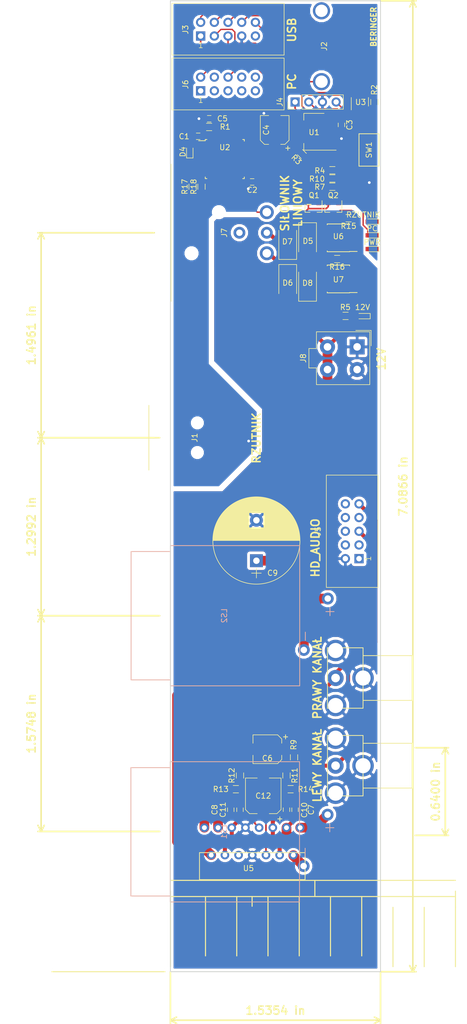
<source format=kicad_pcb>
(kicad_pcb (version 20171130) (host pcbnew "(5.0.0-rc2-dev-311-g1dd4af297)")
  (title_block (title resetUSB) (date 2018-02-14) (rev 1.0) (comment 1 "Projektant: Marek Piotrowski"))
  (layers (0 F.Cu signal) (31 B.Cu signal) (34 B.Paste user) (35 F.Paste user) (36 B.SilkS user) (37 F.SilkS user) (38 B.Mask user) (39 F.Mask user) (44 Edge.Cuts user))
  (net 0 "")
  (net 1 GND)
  (net 2 +5V)
  (net 3 +3V3)
  (net 4 +12V)
  (net 5 "Net-(D1-Pad2)")
  (net 6 "Net-(D2-Pad2)")
  (net 7 "Net-(D6-Pad2)")
  (net 8 /SWDIO)
  (net 9 /USB_P)
  (net 10 /USB_M)
  (net 11 "Net-(Q1-Pad1)")
  (net 12 "Net-(Q1-Pad3)")
  (net 13 "Net-(Q2-Pad3)")
  (net 14 "Net-(Q2-Pad1)")
  (net 15 /USB_PWR)
  (net 16 /SWCLK)
  (net 17 /M_IMP)
  (net 18 /RZUTNIK_VBUS)
  (net 19 /RZUTNIK_DP)
  (net 20 /RZUTNIK_DM)
  (net 21 /PC_PWR)
  (net 22 /PC_LED)
  (net 23 /M_IN1)
  (net 24 /M_IN2)
  (net 25 /LED_RED)
  (net 26 /LED_GREEN)
  (net 27 /LED_BLUE)
  (net 28 /PRZYCISK)
  (net 29 GNDA)
  (net 30 "Net-(C10-Pad2)")
  (net 31 "Net-(C10-Pad1)")
  (net 32 "Net-(LS1-Pad2)")
  (net 33 "Net-(LS1-Pad1)")
  (net 34 "Net-(LS2-Pad1)")
  (net 35 "Net-(LS2-Pad2)")
  (net 36 "Net-(C12-Pad1)")
  (net 37 "Net-(C5-Pad1)")
  (net 38 "Net-(C6-Pad1)")
  (net 39 "Net-(C11-Pad2)")
  (net 40 "Net-(C11-Pad1)")
  (net 41 "Net-(D3-Pad2)")
  (net 42 "Net-(D4-Pad1)")
  (net 43 "Net-(D5-Pad2)")
  (net 44 "Net-(J2-Pad5)")
  (net 45 "Net-(J2-Pad3)")
  (net 46 "Net-(J2-Pad4)")
  (net 47 "Net-(J2-Pad2)")
  (net 48 "Net-(J2-Pad1)")
  (net 49 "Net-(J3-Pad2)")
  (net 50 /OUT2_R)
  (net 51 /OUT2_L)
  (net 52 "Net-(D9-Pad2)")
  (module Diodes_SMD:D_SMA (layer F.Cu) (at 133.813 90.4782 90)
    (fp_text reference D7 (at -0.0948 -0.0585 180) (layer F.SilkS))
    (fp_text value US1D)
    (pad 2 smd rect (at 2 0 90) (size 2.5 1.8) (layers F.Cu F.Paste F.Mask) (net 29 GNDA))
    (pad 1 smd rect (at -2 0 90) (size 2.5 1.8) (layers F.Cu F.Paste F.Mask) (net 43 "Net-(D5-Pad2)"))
  )
  (module Diodes_SMD:D_SMA (layer F.Cu) (at 137.496 90.4782 270)
    (fp_text reference D5 (at 0 -0.0685) (layer F.SilkS))
    (fp_text value US1D)
    (pad 1 smd rect (at -2 0 270) (size 2.5 1.8) (layers F.Cu F.Paste F.Mask) (net 4 +12V))
    (pad 2 smd rect (at 2 0 270) (size 2.5 1.8) (layers F.Cu F.Paste F.Mask) (net 43 "Net-(D5-Pad2)"))
  )
  (module Diodes_SMD:D_SMA (layer F.Cu) (at 133.813 98.2252 270)
    (fp_text reference D8 (at 0.0313 -3.688) (layer F.SilkS))
    (fp_text value US1D)
    (pad 2 smd rect (at 2 0 270) (size 2.5 1.8) (layers F.Cu F.Paste F.Mask) (net 29 GNDA))
    (pad 1 smd rect (at -2 0 270) (size 2.5 1.8) (layers F.Cu F.Paste F.Mask) (net 7 "Net-(D6-Pad2)"))
  )
  (module TO_SOT_Packages_SMD:SOT-23 (layer F.Cu) (at 138.6035 84.384 270)
    (fp_text reference Q1 (at -2.3835 -0.104) (layer F.SilkS))
    (fp_text value BC817)
    (pad 3 smd rect (at 1 0 270) (size 0.9 0.8) (layers F.Cu F.Paste F.Mask) (net 12 "Net-(Q1-Pad3)"))
    (pad 2 smd rect (at -1 0.95 270) (size 0.9 0.8) (layers F.Cu F.Paste F.Mask) (net 29 GNDA))
    (pad 1 smd rect (at -1 -0.95 270) (size 0.9 0.8) (layers F.Cu F.Paste F.Mask) (net 11 "Net-(Q1-Pad1)"))
  )
  (module TO_SOT_Packages_SMD:SOT-23 (layer F.Cu) (at 142.2865 84.384 270)
    (fp_text reference Q2 (at -2.3835 0.023) (layer F.SilkS))
    (fp_text value BC817)
    (pad 3 smd rect (at 1 0 270) (size 0.9 0.8) (layers F.Cu F.Paste F.Mask) (net 13 "Net-(Q2-Pad3)"))
    (pad 2 smd rect (at -1 0.95 270) (size 0.9 0.8) (layers F.Cu F.Paste F.Mask) (net 29 GNDA))
    (pad 1 smd rect (at -1 -0.95 270) (size 0.9 0.8) (layers F.Cu F.Paste F.Mask) (net 14 "Net-(Q2-Pad1)"))
  )
  (module Diodes_SMD:D_SMA (layer F.Cu) (at 137.496 98.2252 90)
    (fp_text reference D6 (at 0 -3.678 180) (layer F.SilkS))
    (fp_text value US1D)
    (pad 1 smd rect (at -2 0 90) (size 2.5 1.8) (layers F.Cu F.Paste F.Mask) (net 4 +12V))
    (pad 2 smd rect (at 2 0 90) (size 2.5 1.8) (layers F.Cu F.Paste F.Mask) (net 7 "Net-(D6-Pad2)"))
  )
  (module mpio:SOIC-8_3.9x4.9mm_Pitch1.27mm (layer F.Cu) (at 143.2237 89.8766 180)
    (fp_text reference U6 (at 0 0.2621 180) (layer F.SilkS))
    (fp_text value AO4616)
    (pad 1 smd rect (at -2.7 -1.905 180) (size 1.55 0.6) (layers F.Cu F.Paste F.Mask) (net 29 GNDA))
    (pad 2 smd rect (at -2.7 -0.635 180) (size 1.55 0.6) (layers F.Cu F.Paste F.Mask) (net 12 "Net-(Q1-Pad3)"))
    (pad 3 smd rect (at -2.7 0.635 180) (size 1.55 0.6) (layers F.Cu F.Paste F.Mask) (net 4 +12V))
    (pad 4 smd rect (at -2.7 1.905 180) (size 1.55 0.6) (layers F.Cu F.Paste F.Mask) (net 12 "Net-(Q1-Pad3)"))
    (pad 5 smd rect (at 2.7 1.905 180) (size 1.55 0.6) (layers F.Cu F.Paste F.Mask) (net 43 "Net-(D5-Pad2)"))
    (pad 6 smd rect (at 2.7 0.635 180) (size 1.55 0.6) (layers F.Cu F.Paste F.Mask) (net 43 "Net-(D5-Pad2)"))
    (pad 7 smd rect (at 2.7 -0.635 180) (size 1.55 0.6) (layers F.Cu F.Paste F.Mask) (net 43 "Net-(D5-Pad2)"))
    (pad 8 smd rect (at 2.7 -1.905 180) (size 1.55 0.6) (layers F.Cu F.Paste F.Mask) (net 43 "Net-(D5-Pad2)"))
  )
  (module mpio:SOIC-8_3.9x4.9mm_Pitch1.27mm (layer F.Cu) (at 143.2237 97.4966 180)
    (fp_text reference U7 (at 0 -0.1179 180) (layer F.SilkS))
    (fp_text value AO4616)
    (pad 1 smd rect (at -2.7 -1.905 180) (size 1.55 0.6) (layers F.Cu F.Paste F.Mask) (net 29 GNDA))
    (pad 2 smd rect (at -2.7 -0.635 180) (size 1.55 0.6) (layers F.Cu F.Paste F.Mask) (net 13 "Net-(Q2-Pad3)"))
    (pad 3 smd rect (at -2.7 0.635 180) (size 1.55 0.6) (layers F.Cu F.Paste F.Mask) (net 4 +12V))
    (pad 4 smd rect (at -2.7 1.905 180) (size 1.55 0.6) (layers F.Cu F.Paste F.Mask) (net 13 "Net-(Q2-Pad3)"))
    (pad 5 smd rect (at 2.7 1.905 180) (size 1.55 0.6) (layers F.Cu F.Paste F.Mask) (net 7 "Net-(D6-Pad2)"))
    (pad 6 smd rect (at 2.7 0.635 180) (size 1.55 0.6) (layers F.Cu F.Paste F.Mask) (net 7 "Net-(D6-Pad2)"))
    (pad 7 smd rect (at 2.7 -0.635 180) (size 1.55 0.6) (layers F.Cu F.Paste F.Mask) (net 7 "Net-(D6-Pad2)"))
    (pad 8 smd rect (at 2.7 -1.905 180) (size 1.55 0.6) (layers F.Cu F.Paste F.Mask) (net 7 "Net-(D6-Pad2)"))
  )
  (module Resistors_SMD:R_0603 (layer F.Cu) (at 142.986 93.8115 180)
    (fp_text reference R16 (at 0 -1.45 180) (layer F.SilkS))
    (fp_text value 10K)
    (pad 1 smd rect (at -0.75 0 180) (size 0.5 0.9) (layers F.Cu F.Paste F.Mask) (net 13 "Net-(Q2-Pad3)"))
    (pad 2 smd rect (at 0.75 0 180) (size 0.5 0.9) (layers F.Cu F.Paste F.Mask) (net 4 +12V))
  )
  (module Resistors_SMD:R_0603 (layer F.Cu) (at 145.1083 86.2423 180)
    (fp_text reference R15 (at 0 -1.45 180) (layer F.SilkS))
    (fp_text value 10K)
    (pad 2 smd rect (at 0.75 0 180) (size 0.5 0.9) (layers F.Cu F.Paste F.Mask) (net 4 +12V))
    (pad 1 smd rect (at -0.75 0 180) (size 0.5 0.9) (layers F.Cu F.Paste F.Mask) (net 12 "Net-(Q1-Pad3)"))
  )
  (module mpio:IDC10 (layer F.Cu) (at 147.05 149.357 90)
    (fp_text reference J5 (at 5.08 -7.62 90) (layer F.SilkS))
    (fp_text value Conn_02x05)
    (fp_text user 1 (at 0.02 1.72 90) (layer F.SilkS) (effects (font (thickness 0.12))))
    (pad 1 thru_hole rect (at 0 0 90) (size 1.7272 1.7272) (drill 1.016) (layers *.Cu *.Mask))
    (pad 2 thru_hole oval (at 0 -2.54 90) (size 1.7272 1.7272) (drill 1.016) (layers *.Cu *.Mask) (net 29 GNDA))
    (pad 3 thru_hole oval (at 2.54 0 90) (size 1.7272 1.7272) (drill 1.016) (layers *.Cu *.Mask))
    (pad 4 thru_hole oval (at 2.54 -2.54 90) (size 1.7272 1.7272) (drill 1.016) (layers *.Cu *.Mask))
    (pad 5 thru_hole oval (at 5.08 0 90) (size 1.7272 1.7272) (drill 1.016) (layers *.Cu *.Mask) (net 50 /OUT2_R))
    (pad 6 thru_hole oval (at 5.08 -2.54 90) (size 1.7272 1.7272) (drill 1.016) (layers *.Cu *.Mask))
    (pad 7 thru_hole oval (at 7.62 0 90) (size 1.7272 1.7272) (drill 1.016) (layers *.Cu *.Mask))
    (pad 8 thru_hole oval (at 7.62 -2.54 90) (size 1.7272 1.7272) (drill 1.016) (layers *.Cu *.Mask))
    (pad 9 thru_hole oval (at 10.16 0 90) (size 1.7272 1.7272) (drill 1.016) (layers *.Cu *.Mask) (net 51 /OUT2_L))
    (pad 10 thru_hole oval (at 10.16 -2.54 90) (size 1.7272 1.7272) (drill 1.016) (layers *.Cu *.Mask))
  )
  (module Capacitors_SMD:C_0603 (layer F.Cu) (at 123.2365 195.9085 90)
    (fp_text reference C8 (at 0 -2.9835 90) (layer F.SilkS))
    (fp_text value 100n)
    (pad 2 smd rect (at 0.75 0 90) (size 0.8 0.75) (layers F.Cu F.Paste F.Mask) (net 29 GNDA))
    (pad 1 smd rect (at -0.75 0 90) (size 0.8 0.75) (layers F.Cu F.Paste F.Mask) (net 4 +12V))
  )
  (module mpio:NLJ2MD-H (layer B.Cu) (at 112.0375 159.9325 90)
    (fp_text reference LS2 (at 0 10 90) (layer B.SilkS) (effects (justify mirror)))
    (fp_text value NLJ2MD-H)
    (fp_text user - (at -3.81 24.892 90) (layer B.SilkS) (effects (font (size 2 2)) (justify mirror)))
    (fp_text user + (at 0.762 29.464 90) (layer B.SilkS) (effects (font (size 2 2)) (justify mirror)))
    (pad 1 thru_hole circle (at 3.18 29.21 90) (size 2.2 2.2) (drill 1.2) (layers *.Cu *.Mask) (net 34 "Net-(LS2-Pad1)"))
    (pad 2 thru_hole circle (at -6.35 24.77 90) (size 2.2 2.2) (drill 1.2) (layers *.Cu *.Mask) (net 35 "Net-(LS2-Pad2)"))
  )
  (module mpio:FC68391 (layer F.Cu) (at 147.796 187.738 90)
    (fp_text reference J9 (at 0 0.5 90) (layer F.SilkS))
    (fp_text value FC68391)
    (pad 2 thru_hole circle (at 5.1 -5.1 90) (size 4 4) (drill 2.8) (layers *.Cu *.Mask) (net 29 GNDA))
    (pad 2 thru_hole circle (at -5.1 -5.1 90) (size 4 4) (drill 2.8) (layers *.Cu *.Mask) (net 29 GNDA))
    (pad 1 thru_hole circle (at 0 -5.1 90) (size 3 3) (drill 1.6) (layers *.Cu *.Mask) (net 51 /OUT2_L))
    (pad 2 thru_hole circle (at 0 0 90) (size 4 4) (drill 2.8) (layers *.Cu *.Mask) (net 29 GNDA))
  )
  (module LEDs:LED_0603 (layer F.Cu) (at 147.828 104.394 180)
    (fp_text reference D9 hide)
    (fp_text value RED)
    (pad 2 smd rect (at 0.8 0) (size 0.8 0.8) (layers F.Cu F.Paste F.Mask) (net 52 "Net-(D9-Pad2)"))
    (pad 1 smd rect (at -0.8 0) (size 0.8 0.8) (layers F.Cu F.Paste F.Mask) (net 29 GNDA))
  )
  (module Resistors_SMD:R_0603 (layer F.Cu) (at 144.5495 104.3525)
    (fp_text reference R5 (at -0.0395 -1.6045) (layer F.SilkS))
    (fp_text value 100K)
    (pad 1 smd rect (at -0.75 0) (size 0.5 0.9) (layers F.Cu F.Paste F.Mask) (net 4 +12V))
    (pad 2 smd rect (at 0.75 0) (size 0.5 0.9) (layers F.Cu F.Paste F.Mask) (net 52 "Net-(D9-Pad2)"))
  )
  (module mpio:Molex_MiniFit-JR-5556-04A_2x02x4.20mm_Straight (layer F.Cu) (at 146.6955 110.0935 270)
    (fp_text reference J8 (at 2.1 10 270) (layer F.SilkS))
    (fp_text value "Mini-Fit Jr; 4,2mm")
    (pad 1 thru_hole rect (at 0 0 270) (size 2.8 2.8) (drill 1.4) (layers *.Cu *.Mask) (net 29 GNDA))
    (pad 2 thru_hole circle (at 4.2 0 270) (size 2.8 2.8) (drill 1.4) (layers *.Cu *.Mask) (net 29 GNDA))
    (pad 3 thru_hole circle (at 0 5.5 270) (size 2.8 2.8) (drill 1.4) (layers *.Cu *.Mask) (net 4 +12V))
    (pad 4 thru_hole circle (at 4.2 5.5 270) (size 2.8 2.8) (drill 1.4) (layers *.Cu *.Mask) (net 4 +12V))
  )
  (module mpio:FC68391 (layer F.Cu) (at 147.796 171.482 90)
    (fp_text reference J10 (at 0 0.5 90) (layer F.SilkS))
    (fp_text value FC68391)
    (pad 2 thru_hole circle (at 5.1 -5.1 90) (size 4 4) (drill 2.8) (layers *.Cu *.Mask) (net 29 GNDA))
    (pad 2 thru_hole circle (at -5.1 -5.1 90) (size 4 4) (drill 2.8) (layers *.Cu *.Mask) (net 29 GNDA))
    (pad 1 thru_hole circle (at 0 -5.1 90) (size 3 3) (drill 1.6) (layers *.Cu *.Mask) (net 50 /OUT2_R))
    (pad 2 thru_hole circle (at 0 0 90) (size 4 4) (drill 2.8) (layers *.Cu *.Mask) (net 29 GNDA))
  )
  (module Resistors_SMD:R_0603 (layer F.Cu) (at 133.5845 189.5585 270)
    (fp_text reference R11 (at -0.006 -1.5275 270) (layer F.SilkS))
    (fp_text value 4K7)
    (pad 1 smd rect (at -0.75 0 270) (size 0.5 0.9) (layers F.Cu F.Paste F.Mask) (net 51 /OUT2_L))
    (pad 2 smd rect (at 0.75 0 270) (size 0.5 0.9) (layers F.Cu F.Paste F.Mask) (net 31 "Net-(C10-Pad1)"))
  )
  (module Capacitors_SMD:C_0603 (layer F.Cu) (at 124.952 195.9085 270)
    (fp_text reference C11 (at 0 3.1715 270) (layer F.SilkS))
    (fp_text value 0.47u)
    (pad 2 smd rect (at 0.75 0 270) (size 0.8 0.75) (layers F.Cu F.Paste F.Mask) (net 39 "Net-(C11-Pad2)"))
    (pad 1 smd rect (at -0.75 0 270) (size 0.8 0.75) (layers F.Cu F.Paste F.Mask) (net 40 "Net-(C11-Pad1)"))
  )
  (module Capacitors_SMD:C_0603 (layer F.Cu) (at 133.5845 195.8965 270)
    (fp_text reference C10 (at 0.0695 -3.3055 270) (layer F.SilkS))
    (fp_text value 0.47u)
    (pad 1 smd rect (at -0.75 0 270) (size 0.8 0.75) (layers F.Cu F.Paste F.Mask) (net 31 "Net-(C10-Pad1)"))
    (pad 2 smd rect (at 0.75 0 270) (size 0.8 0.75) (layers F.Cu F.Paste F.Mask) (net 30 "Net-(C10-Pad2)"))
  )
  (module Resistors_SMD:R_0603 (layer F.Cu) (at 142.097 78.872 180)
    (fp_text reference R10 (at 2.8448 -0.0762 180) (layer F.SilkS))
    (fp_text value 33K)
    (pad 1 smd rect (at -0.75 0 180) (size 0.5 0.9) (layers F.Cu F.Paste F.Mask) (net 41 "Net-(D3-Pad2)"))
    (pad 2 smd rect (at 0.75 0 180) (size 0.5 0.9) (layers F.Cu F.Paste F.Mask) (net 27 /LED_BLUE))
  )
  (module mpio:AC3MAH-AU-PRE (layer F.Cu) (at 121.0375 88.9325 90)
    (fp_text reference J7 (at 0 1 90) (layer F.SilkS))
    (fp_text value AC3MAH-AU-PRE)
    (pad "" np_thru_hole circle (at -3.81 -5.08 90) (size 1.6 1.6) (drill 1.6) (layers *.Cu *.Mask))
    (pad "" np_thru_hole circle (at 3.81 0 90) (size 1.6 1.6) (drill 1.6) (layers *.Cu *.Mask))
    (pad 4 thru_hole circle (at 0 3.81 90) (size 2.2 2.2) (drill 1.2) (layers *.Cu *.Mask))
    (pad 3 thru_hole circle (at 0 8.89 90) (size 2.2 2.2) (drill 1.2) (layers *.Cu *.Mask) (net 43 "Net-(D5-Pad2)"))
    (pad 2 thru_hole circle (at -3.81 8.89 90) (size 2.6 2.6) (drill 1.6) (layers *.Cu *.Mask) (net 7 "Net-(D6-Pad2)"))
    (pad 1 thru_hole circle (at 3.81 8.89 90) (size 2.6 2.6) (drill 1.6) (layers *.Cu *.Mask) (net 42 "Net-(D4-Pad1)"))
  )
  (module Housings_QFP:LQFP-32_7x7mm_Pitch0.8mm (layer F.Cu) (at 122.130272 75.273643)
    (fp_text reference U2 (at 0 -2.163143) (layer F.SilkS))
    (fp_text value STM32F042K6Tx)
    (pad 1 smd rect (at -4.25 -2.8) (size 1.2 0.6) (layers F.Cu F.Paste F.Mask) (net 3 +3V3))
    (pad 2 smd rect (at -4.25 -2) (size 1.2 0.6) (layers F.Cu F.Paste F.Mask) (net 17 /M_IMP))
    (pad 3 smd rect (at -4.25 -1.2) (size 1.2 0.6) (layers F.Cu F.Paste F.Mask))
    (pad 4 smd rect (at -4.25 -0.4) (size 1.2 0.6) (layers F.Cu F.Paste F.Mask))
    (pad 5 smd rect (at -4.25 0.4) (size 1.2 0.6) (layers F.Cu F.Paste F.Mask) (net 3 +3V3))
    (pad 6 smd rect (at -4.25 1.2) (size 1.2 0.6) (layers F.Cu F.Paste F.Mask) (net 23 /M_IN1))
    (pad 7 smd rect (at -4.25 2) (size 1.2 0.6) (layers F.Cu F.Paste F.Mask) (net 24 /M_IN2))
    (pad 8 smd rect (at -4.25 2.8) (size 1.2 0.6) (layers F.Cu F.Paste F.Mask))
    (pad 9 smd rect (at -2.8 4.25 90) (size 1.2 0.6) (layers F.Cu F.Paste F.Mask) (net 26 /LED_GREEN))
    (pad 10 smd rect (at -2 4.25 90) (size 1.2 0.6) (layers F.Cu F.Paste F.Mask) (net 27 /LED_BLUE))
    (pad 11 smd rect (at -1.2 4.25 90) (size 1.2 0.6) (layers F.Cu F.Paste F.Mask) (net 25 /LED_RED))
    (pad 12 smd rect (at -0.4 4.25 90) (size 1.2 0.6) (layers F.Cu F.Paste F.Mask))
    (pad 13 smd rect (at 0.4 4.25 90) (size 1.2 0.6) (layers F.Cu F.Paste F.Mask))
    (pad 14 smd rect (at 1.2 4.25 90) (size 1.2 0.6) (layers F.Cu F.Paste F.Mask))
    (pad 15 smd rect (at 2 4.25 90) (size 1.2 0.6) (layers F.Cu F.Paste F.Mask))
    (pad 16 smd rect (at 2.8 4.25 90) (size 1.2 0.6) (layers F.Cu F.Paste F.Mask) (net 1 GND))
    (pad 17 smd rect (at 4.25 2.8) (size 1.2 0.6) (layers F.Cu F.Paste F.Mask) (net 3 +3V3))
    (pad 18 smd rect (at 4.25 2) (size 1.2 0.6) (layers F.Cu F.Paste F.Mask))
    (pad 19 smd rect (at 4.25 1.2) (size 1.2 0.6) (layers F.Cu F.Paste F.Mask) (net 28 /PRZYCISK))
    (pad 20 smd rect (at 4.25 0.4) (size 1.2 0.6) (layers F.Cu F.Paste F.Mask) (net 15 /USB_PWR))
    (pad 21 smd rect (at 4.25 -0.4) (size 1.2 0.6) (layers F.Cu F.Paste F.Mask) (net 10 /USB_M))
    (pad 22 smd rect (at 4.25 -1.2) (size 1.2 0.6) (layers F.Cu F.Paste F.Mask) (net 9 /USB_P))
    (pad 23 smd rect (at 4.25 -2) (size 1.2 0.6) (layers F.Cu F.Paste F.Mask) (net 8 /SWDIO))
    (pad 24 smd rect (at 4.25 -2.8) (size 1.2 0.6) (layers F.Cu F.Paste F.Mask) (net 16 /SWCLK))
    (pad 25 smd rect (at 2.8 -4.25 90) (size 1.2 0.6) (layers F.Cu F.Paste F.Mask) (net 22 /PC_LED))
    (pad 26 smd rect (at 2 -4.25 90) (size 1.2 0.6) (layers F.Cu F.Paste F.Mask) (net 21 /PC_PWR))
    (pad 27 smd rect (at 1.2 -4.25 90) (size 1.2 0.6) (layers F.Cu F.Paste F.Mask))
    (pad 28 smd rect (at 0.4 -4.25 90) (size 1.2 0.6) (layers F.Cu F.Paste F.Mask) (net 19 /RZUTNIK_DP))
    (pad 29 smd rect (at -0.4 -4.25 90) (size 1.2 0.6) (layers F.Cu F.Paste F.Mask) (net 20 /RZUTNIK_DM))
    (pad 30 smd rect (at -1.2 -4.25 90) (size 1.2 0.6) (layers F.Cu F.Paste F.Mask) (net 18 /RZUTNIK_VBUS))
    (pad 31 smd rect (at -2 -4.25 90) (size 1.2 0.6) (layers F.Cu F.Paste F.Mask) (net 37 "Net-(C5-Pad1)"))
    (pad 32 smd rect (at -2.8 -4.25 90) (size 1.2 0.6) (layers F.Cu F.Paste F.Mask) (net 1 GND))
  )
  (module Resistors_SMD:R_0603 (layer F.Cu) (at 124.9485 189.5585 270)
    (fp_text reference R12 (at 0 1.524 270) (layer F.SilkS))
    (fp_text value 4K7)
    (pad 2 smd rect (at 0.75 0 270) (size 0.5 0.9) (layers F.Cu F.Paste F.Mask) (net 40 "Net-(C11-Pad1)"))
    (pad 1 smd rect (at -0.75 0 270) (size 0.5 0.9) (layers F.Cu F.Paste F.Mask) (net 50 /OUT2_R))
  )
  (module Resistors_SMD:R_0603 (layer F.Cu) (at 119.225376 69.325202)
    (fp_text reference R1 (at 2.972124 -0.024702) (layer F.SilkS))
    (fp_text value 100K)
    (pad 2 smd rect (at 0.75 0) (size 0.5 0.9) (layers F.Cu F.Paste F.Mask) (net 37 "Net-(C5-Pad1)"))
    (pad 1 smd rect (at -0.75 0) (size 0.5 0.9) (layers F.Cu F.Paste F.Mask) (net 1 GND))
  )
  (module Capacitors_SMD:C_0603 (layer F.Cu) (at 117.191131 71.052923)
    (fp_text reference C1 (at -2.613631 0.025577) (layer F.SilkS))
    (fp_text value 100n)
    (pad 1 smd rect (at -0.75 0) (size 0.8 0.75) (layers F.Cu F.Paste F.Mask) (net 3 +3V3))
    (pad 2 smd rect (at 0.75 0) (size 0.8 0.75) (layers F.Cu F.Paste F.Mask) (net 1 GND))
  )
  (module Capacitors_SMD:C_0603 (layer F.Cu) (at 119.237376 67.801202 180)
    (fp_text reference C5 (at -2.452124 0.024702 180) (layer F.SilkS))
    (fp_text value 100n)
    (pad 1 smd rect (at -0.75 0 180) (size 0.8 0.75) (layers F.Cu F.Paste F.Mask) (net 37 "Net-(C5-Pad1)"))
    (pad 2 smd rect (at 0.75 0 180) (size 0.8 0.75) (layers F.Cu F.Paste F.Mask) (net 1 GND))
  )
  (module mpio:USB-A_SMD (layer F.Cu) (at 140.081 54.356 90)
    (fp_text reference J2 (at 0 0.5 90) (layer F.SilkS))
    (fp_text value TUEA4F2SOBHT)
    (pad 5 thru_hole circle (at -6.57 0 90) (size 3.2 3.2) (drill 2.3) (layers *.Cu *.Mask) (net 44 "Net-(J2-Pad5)"))
    (pad 5 thru_hole circle (at 6.57 0 90) (size 3.2 3.2) (drill 2.3) (layers *.Cu *.Mask) (net 44 "Net-(J2-Pad5)"))
    (pad 3 smd rect (at 1 -4.21 90) (size 1 3) (layers F.Cu F.Paste F.Mask) (net 45 "Net-(J2-Pad3)"))
    (pad 4 smd rect (at 3.5 -4.21 90) (size 1 3) (layers F.Cu F.Paste F.Mask) (net 46 "Net-(J2-Pad4)"))
    (pad 2 smd rect (at -1 -4.21 90) (size 1 3) (layers F.Cu F.Paste F.Mask) (net 47 "Net-(J2-Pad2)"))
    (pad 1 smd rect (at -3.5 -4.21 90) (size 1 3) (layers F.Cu F.Paste F.Mask) (net 48 "Net-(J2-Pad1)"))
  )
  (module Capacitors_THT:CP_Radial_D16.0mm_P7.50mm (layer F.Cu) (at 128 149.738 90)
    (fp_text reference C9 (at -2.28 3 -180) (layer F.SilkS))
    (fp_text value 4700u)
    (pad 1 thru_hole rect (at 0 0 90) (size 2.4 2.4) (drill 1.2) (layers *.Cu *.Mask) (net 4 +12V))
    (pad 2 thru_hole circle (at 7.5 0 90) (size 2.4 2.4) (drill 1.2) (layers *.Cu *.Mask) (net 29 GNDA))
  )
  (module mpio:NLJ2MD-H (layer B.Cu) (at 112 200 90)
    (fp_text reference LS1 (at 0 10 90) (layer B.SilkS) (effects (justify mirror)))
    (fp_text value NLJ2MD-H)
    (fp_text user + (at 0.762 29.464 90) (layer B.SilkS) (effects (font (size 2 2)) (justify mirror)))
    (fp_text user - (at -3.81 24.892 90) (layer B.SilkS) (effects (font (size 2 2)) (justify mirror)))
    (pad 2 thru_hole circle (at -6.35 24.77 90) (size 2.2 2.2) (drill 1.2) (layers *.Cu *.Mask) (net 32 "Net-(LS1-Pad2)"))
    (pad 1 thru_hole circle (at 3.18 29.21 90) (size 2.2 2.2) (drill 1.2) (layers *.Cu *.Mask) (net 33 "Net-(LS1-Pad1)"))
  )
  (module Capacitors_SMD:C_0603 (layer F.Cu) (at 143.786359 68.940041 270)
    (fp_text reference C3 (at 0 -1.5 270) (layer F.SilkS))
    (fp_text value 100n)
    (pad 1 smd rect (at -0.75 0 270) (size 0.8 0.75) (layers F.Cu F.Paste F.Mask) (net 2 +5V))
    (pad 2 smd rect (at 0.75 0 270) (size 0.8 0.75) (layers F.Cu F.Paste F.Mask) (net 1 GND))
  )
  (module Capacitors_SMD:CP_Elec_5x5.3 (layer F.Cu) (at 131.4183 69.8751 90)
    (fp_text reference C4 (at 0 -1.6008 90) (layer F.SilkS))
    (fp_text value 10u)
    (fp_text user + (at -3.38 2.34 90) (layer F.SilkS))
    (pad 2 smd rect (at 2.2 0 270) (size 3 1.6) (layers F.Cu F.Paste F.Mask) (net 1 GND))
    (pad 1 smd rect (at -2.2 0 270) (size 3 1.6) (layers F.Cu F.Paste F.Mask) (net 3 +3V3))
  )
  (module TO_SOT_Packages_SMD:SOT-223-3_TabPin2 (layer F.Cu) (at 138.706359 70.210041 180)
    (fp_text reference U1 (at 0 -0.106459 180) (layer F.SilkS))
    (fp_text value LD1117S33TR)
    (pad 1 smd rect (at -3.15 -2.3 180) (size 2 1.5) (layers F.Cu F.Paste F.Mask) (net 1 GND))
    (pad 3 smd rect (at -3.15 2.3 180) (size 2 1.5) (layers F.Cu F.Paste F.Mask) (net 2 +5V))
    (pad 2 smd rect (at -3.15 0 180) (size 2 1.5) (layers F.Cu F.Paste F.Mask) (net 3 +3V3))
    (pad 2 smd rect (at 3.15 0 180) (size 2 3.8) (layers F.Cu F.Paste F.Mask) (net 3 +3V3))
  )
  (module mpio:SW_3x6_1,6x7,4 (layer F.Cu) (at 148.8935 73.5835 90)
    (fp_text reference SW1 (at 0 0 90) (layer F.SilkS))
    (fp_text value "TACTM-34N-F " hide)
    (pad 2 smd rect (at 3.7 0 90) (size 2.18 1.6) (layers F.Cu F.Paste F.Mask) (net 28 /PRZYCISK))
    (pad 1 smd rect (at -3.7 0 90) (size 2.18 1.6) (layers F.Cu F.Paste F.Mask) (net 1 GND))
  )
  (module Capacitors_SMD:C_0603 (layer F.Cu) (at 127.210127 79.513456 180)
    (fp_text reference C2 (at 0 -1.5 180) (layer F.SilkS))
    (fp_text value 100n)
    (pad 1 smd rect (at -0.75 0 180) (size 0.8 0.75) (layers F.Cu F.Paste F.Mask) (net 3 +3V3))
    (pad 2 smd rect (at 0.75 0 180) (size 0.8 0.75) (layers F.Cu F.Paste F.Mask) (net 1 GND))
  )
  (module Resistors_SMD:R_0603 (layer F.Cu) (at 136.4475 74.3455 135)
    (fp_text reference R3 (at 0 -1.45 135) (layer F.SilkS))
    (fp_text value 100K)
    (pad 2 smd rect (at 0.75 0 135) (size 0.5 0.9) (layers F.Cu F.Paste F.Mask) (net 3 +3V3))
    (pad 1 smd rect (at -0.75 0 135) (size 0.5 0.9) (layers F.Cu F.Paste F.Mask) (net 8 /SWDIO))
  )
  (module Resistors_SMD:R_0603 (layer F.Cu) (at 124.1865 192.0985 180)
    (fp_text reference R13 (at 2.794 0 180) (layer F.SilkS))
    (fp_text value 10K)
    (pad 2 smd rect (at 0.75 0 180) (size 0.5 0.9) (layers F.Cu F.Paste F.Mask) (net 29 GNDA))
    (pad 1 smd rect (at -0.75 0 180) (size 0.5 0.9) (layers F.Cu F.Paste F.Mask) (net 40 "Net-(C11-Pad1)"))
  )
  (module Diodes_SMD:D_SOD-523 (layer F.Cu) (at 115.6335 73.9235 90)
    (fp_text reference D4 (at 0 -1.3 90) (layer F.SilkS))
    (fp_text value 1PS79SB70)
    (pad 1 smd rect (at -0.7 0 270) (size 0.6 0.7) (layers F.Cu F.Paste F.Mask) (net 42 "Net-(D4-Pad1)"))
    (pad 2 smd rect (at 0.7 0 270) (size 0.6 0.7) (layers F.Cu F.Paste F.Mask) (net 17 /M_IMP))
  )
  (module LEDs:LED_0603 (layer F.Cu) (at 149.463 91.953 180)
    (fp_text reference D1 hide)
    (fp_text value RED)
    (pad 1 smd rect (at -0.8 0) (size 0.8 0.8) (layers F.Cu F.Paste F.Mask) (net 1 GND))
    (pad 2 smd rect (at 0.8 0) (size 0.8 0.8) (layers F.Cu F.Paste F.Mask) (net 5 "Net-(D1-Pad2)"))
  )
  (module LEDs:LED_0603 (layer F.Cu) (at 149.463 89.413 180)
    (fp_text reference D2 hide)
    (fp_text value GREEN)
    (pad 1 smd rect (at -0.8 0) (size 0.8 0.8) (layers F.Cu F.Paste F.Mask) (net 1 GND))
    (pad 2 smd rect (at 0.8 0) (size 0.8 0.8) (layers F.Cu F.Paste F.Mask) (net 6 "Net-(D2-Pad2)"))
  )
  (module LEDs:LED_0603 (layer F.Cu) (at 149.463 86.873 180)
    (fp_text reference D3 hide)
    (fp_text value BLUE)
    (pad 1 smd rect (at -0.8 0) (size 0.8 0.8) (layers F.Cu F.Paste F.Mask) (net 1 GND))
    (pad 2 smd rect (at 0.8 0) (size 0.8 0.8) (layers F.Cu F.Paste F.Mask) (net 41 "Net-(D3-Pad2)"))
  )
  (module mpio:USB-B_SMD (layer F.Cu) (at 117.0375 126.9325 270)
    (fp_text reference J1 (at 0 0.5 270) (layer F.SilkS))
    (fp_text value USBB-G-SMD)
    (pad 1 smd rect (at 1.875 -7 270) (size 0.7 3) (layers F.Cu F.Paste F.Mask) (net 18 /RZUTNIK_VBUS))
    (pad 3 smd rect (at -1.875 -7 270) (size 0.7 3) (layers F.Cu F.Paste F.Mask) (net 19 /RZUTNIK_DP))
    (pad 4 smd rect (at 0.625 -7 270) (size 0.7 3) (layers F.Cu F.Paste F.Mask) (net 1 GND))
    (pad 2 smd rect (at -0.625 -7 270) (size 0.7 3) (layers F.Cu F.Paste F.Mask) (net 20 /RZUTNIK_DM))
    (pad 5 smd rect (at 6.8 0 270) (size 3.4 6.04) (drill (offset 0 -0.58)) (layers F.Cu F.Paste F.Mask) (net 1 GND))
    (pad 5 smd rect (at -6.8 0 270) (size 3.4 6.04) (drill (offset 0 -0.58)) (layers F.Cu F.Paste F.Mask) (net 1 GND))
    (pad "" np_thru_hole circle (at 2.75 0 270) (size 1.4 1.4) (drill 1.4) (layers *.Cu *.Mask))
    (pad "" np_thru_hole circle (at -2.75 0 270) (size 1.4 1.4) (drill 1.4) (layers *.Cu *.Mask))
  )
  (module Resistors_SMD:R_0603 (layer F.Cu) (at 149.9095 64.6935 270)
    (fp_text reference R2 (at -2.251 0.026 270) (layer F.SilkS))
    (fp_text value 100K)
    (pad 2 smd rect (at 0.75 0 270) (size 0.5 0.9) (layers F.Cu F.Paste F.Mask) (net 15 /USB_PWR))
    (pad 1 smd rect (at -0.75 0 270) (size 0.5 0.9) (layers F.Cu F.Paste F.Mask) (net 49 "Net-(J3-Pad2)"))
  )
  (module mpio:IDC10 (layer F.Cu) (at 117.6515 52.4615)
    (fp_text reference J3 (at -2.82 -1.195 90) (layer F.SilkS))
    (fp_text value Conn_02x05)
    (fp_text user 1 (at 0.02 1.72) (layer F.SilkS) (effects (font (thickness 0.12))))
    (pad 1 thru_hole rect (at 0 0) (size 1.7272 1.7272) (drill 1.016) (layers *.Cu *.Mask) (net 2 +5V))
    (pad 2 thru_hole oval (at 0 -2.54) (size 1.7272 1.7272) (drill 1.016) (layers *.Cu *.Mask) (net 49 "Net-(J3-Pad2)"))
    (pad 3 thru_hole oval (at 2.54 0) (size 1.7272 1.7272) (drill 1.016) (layers *.Cu *.Mask) (net 10 /USB_M))
    (pad 4 thru_hole oval (at 2.54 -2.54) (size 1.7272 1.7272) (drill 1.016) (layers *.Cu *.Mask) (net 47 "Net-(J2-Pad2)"))
    (pad 5 thru_hole oval (at 5.08 0) (size 1.7272 1.7272) (drill 1.016) (layers *.Cu *.Mask) (net 9 /USB_P))
    (pad 6 thru_hole oval (at 5.08 -2.54) (size 1.7272 1.7272) (drill 1.016) (layers *.Cu *.Mask) (net 45 "Net-(J2-Pad3)"))
    (pad 7 thru_hole oval (at 7.62 0) (size 1.7272 1.7272) (drill 1.016) (layers *.Cu *.Mask) (net 1 GND))
    (pad 8 thru_hole oval (at 7.62 -2.54) (size 1.7272 1.7272) (drill 1.016) (layers *.Cu *.Mask) (net 46 "Net-(J2-Pad4)"))
    (pad 9 thru_hole oval (at 10.16 0) (size 1.7272 1.7272) (drill 1.016) (layers *.Cu *.Mask))
    (pad 10 thru_hole oval (at 10.16 -2.54) (size 1.7272 1.7272) (drill 1.016) (layers *.Cu *.Mask) (net 44 "Net-(J2-Pad5)"))
  )
  (module mpio:IDC10 (layer F.Cu) (at 117.6515 62.6215)
    (fp_text reference J6 (at -2.82 -1.195 90) (layer F.SilkS))
    (fp_text value Conn_02x05)
    (fp_text user 1 (at 0.02 1.72) (layer F.SilkS) (effects (font (thickness 0.12))))
    (pad 10 thru_hole oval (at 10.16 -2.54) (size 1.7272 1.7272) (drill 1.016) (layers *.Cu *.Mask))
    (pad 9 thru_hole oval (at 10.16 0) (size 1.7272 1.7272) (drill 1.016) (layers *.Cu *.Mask))
    (pad 8 thru_hole oval (at 7.62 -2.54) (size 1.7272 1.7272) (drill 1.016) (layers *.Cu *.Mask))
    (pad 7 thru_hole oval (at 7.62 0) (size 1.7272 1.7272) (drill 1.016) (layers *.Cu *.Mask))
    (pad 6 thru_hole oval (at 5.08 -2.54) (size 1.7272 1.7272) (drill 1.016) (layers *.Cu *.Mask) (net 21 /PC_PWR))
    (pad 5 thru_hole oval (at 5.08 0) (size 1.7272 1.7272) (drill 1.016) (layers *.Cu *.Mask))
    (pad 4 thru_hole oval (at 2.54 -2.54) (size 1.7272 1.7272) (drill 1.016) (layers *.Cu *.Mask))
    (pad 3 thru_hole oval (at 2.54 0) (size 1.7272 1.7272) (drill 1.016) (layers *.Cu *.Mask))
    (pad 2 thru_hole oval (at 0 -2.54) (size 1.7272 1.7272) (drill 1.016) (layers *.Cu *.Mask) (net 22 /PC_LED))
    (pad 1 thru_hole rect (at 0 0) (size 1.7272 1.7272) (drill 1.016) (layers *.Cu *.Mask))
  )
  (module Pin_Headers:Pin_Header_Straight_1x04_Pitch2.54mm (layer F.Cu) (at 135.1775 64.6935 90)
    (fp_text reference J4 (at 0 -2.82 270) (layer F.SilkS))
    (fp_text value SWD_4pin)
    (pad 4 thru_hole oval (at 0 7.62 90) (size 1.7 1.7) (drill 1) (layers *.Cu *.Mask) (net 8 /SWDIO))
    (pad 3 thru_hole oval (at 0 5.08 90) (size 1.7 1.7) (drill 1) (layers *.Cu *.Mask) (net 1 GND))
    (pad 2 thru_hole oval (at 0 2.54 90) (size 1.7 1.7) (drill 1) (layers *.Cu *.Mask) (net 16 /SWCLK))
    (pad 1 thru_hole rect (at 0 0 90) (size 1.7 1.7) (drill 1) (layers *.Cu *.Mask) (net 3 +3V3))
  )
  (module mpio:TSOP-6_1.65x3.05mm_Pitch0.95mm (layer F.Cu) (at 147.2044 64.6568 90)
    (fp_text reference U3 (at -0.0717 0.1391 180) (layer F.SilkS))
    (fp_text value IRLTS2242)
    (pad 6 smd rect (at 1.16 -0.95 90) (size 0.7 0.51) (layers F.Cu F.Paste F.Mask) (net 48 "Net-(J2-Pad1)"))
    (pad 5 smd rect (at 1.16 0 90) (size 0.7 0.51) (layers F.Cu F.Paste F.Mask) (net 48 "Net-(J2-Pad1)"))
    (pad 4 smd rect (at 1.16 0.95 90) (size 0.7 0.51) (layers F.Cu F.Paste F.Mask) (net 49 "Net-(J3-Pad2)"))
    (pad 3 smd rect (at -1.16 0.95 90) (size 0.7 0.51) (layers F.Cu F.Paste F.Mask) (net 15 /USB_PWR))
    (pad 2 smd rect (at -1.16 0 90) (size 0.7 0.51) (layers F.Cu F.Paste F.Mask) (net 48 "Net-(J2-Pad1)"))
    (pad 1 smd rect (at -1.16 -0.95 90) (size 0.7 0.51) (layers F.Cu F.Paste F.Mask) (net 48 "Net-(J2-Pad1)"))
  )
  (module Capacitors_SMD:CP_Elec_5x5.3 (layer F.Cu) (at 130.032 184.663 180)
    (fp_text reference C6 (at 0 -1.702 180) (layer F.SilkS))
    (fp_text value 10u)
    (fp_text user + (at -3.38 2.34 180) (layer F.SilkS))
    (pad 2 smd rect (at 2.2 0) (size 3 1.6) (layers F.Cu F.Paste F.Mask) (net 29 GNDA))
    (pad 1 smd rect (at -2.2 0) (size 3 1.6) (layers F.Cu F.Paste F.Mask) (net 38 "Net-(C6-Pad1)"))
  )
  (module Resistors_SMD:R_0603 (layer F.Cu) (at 142.097 80.396 180)
    (fp_text reference R7 (at 2.3368 -0.0562 180) (layer F.SilkS))
    (fp_text value 6K8)
    (pad 1 smd rect (at -0.75 0 180) (size 0.5 0.9) (layers F.Cu F.Paste F.Mask) (net 6 "Net-(D2-Pad2)"))
    (pad 2 smd rect (at 0.75 0 180) (size 0.5 0.9) (layers F.Cu F.Paste F.Mask) (net 26 /LED_GREEN))
  )
  (module mpio:MULTIWATT15 (layer F.Cu) (at 127.2325 208.8625 180)
    (fp_text reference U5 (at 0.7 2.1 180) (layer F.SilkS))
    (fp_text value TDA7375)
    (pad 8 thru_hole circle (at 0 4.55 180) (size 1.6 1.6) (drill 0.9) (layers *.Cu *.Mask) (net 29 GNDA))
    (pad 6 thru_hole circle (at -2.54 4.55 180) (size 1.6 1.6) (drill 0.9) (layers *.Cu *.Mask) (net 36 "Net-(C12-Pad1)"))
    (pad 4 thru_hole circle (at -5.08 4.55 180) (size 1.6 1.6) (drill 0.9) (layers *.Cu *.Mask) (net 30 "Net-(C10-Pad2)"))
    (pad 2 thru_hole circle (at -7.62 4.55 180) (size 1.6 1.6) (drill 0.9) (layers *.Cu *.Mask) (net 32 "Net-(LS1-Pad2)"))
    (pad 10 thru_hole circle (at 2.54 4.55 180) (size 1.6 1.6) (drill 0.9) (layers *.Cu *.Mask))
    (pad 12 thru_hole circle (at 5.08 4.55 180) (size 1.6 1.6) (drill 0.9) (layers *.Cu *.Mask) (net 39 "Net-(C11-Pad2)"))
    (pad 14 thru_hole circle (at 7.62 4.55 180) (size 1.6 1.6) (drill 0.9) (layers *.Cu *.Mask) (net 35 "Net-(LS2-Pad2)"))
    (pad 1 thru_hole circle (at -8.89 9.63 180) (size 1.6 1.6) (drill 0.9) (layers *.Cu *.Mask) (net 33 "Net-(LS1-Pad1)"))
    (pad 3 thru_hole circle (at -6.35 9.63 180) (size 1.6 1.6) (drill 0.9) (layers *.Cu *.Mask) (net 4 +12V))
    (pad 5 thru_hole circle (at -3.81 9.63 180) (size 1.6 1.6) (drill 0.9) (layers *.Cu *.Mask) (net 30 "Net-(C10-Pad2)"))
    (pad 7 thru_hole circle (at -1.27 9.63 180) (size 1.6 1.6) (drill 0.9) (layers *.Cu *.Mask) (net 38 "Net-(C6-Pad1)"))
    (pad 9 thru_hole circle (at 1.27 9.63 180) (size 1.6 1.6) (drill 0.9) (layers *.Cu *.Mask) (net 29 GNDA))
    (pad 11 thru_hole circle (at 3.81 9.63 180) (size 1.6 1.6) (drill 0.9) (layers *.Cu *.Mask) (net 39 "Net-(C11-Pad2)"))
    (pad 13 thru_hole circle (at 6.35 9.63 180) (size 1.6 1.6) (drill 0.9) (layers *.Cu *.Mask) (net 4 +12V))
    (pad 15 thru_hole circle (at 8.89 9.63 180) (size 1.6 1.6) (drill 0.9) (layers *.Cu *.Mask) (net 34 "Net-(LS2-Pad1)"))
  )
  (module Capacitors_SMD:C_0603 (layer F.Cu) (at 135.1745 195.9085 90)
    (fp_text reference C7 (at 0 2.9855 90) (layer F.SilkS))
    (fp_text value 100n)
    (pad 2 smd rect (at 0.75 0 90) (size 0.8 0.75) (layers F.Cu F.Paste F.Mask) (net 29 GNDA))
    (pad 1 smd rect (at -0.75 0 90) (size 0.8 0.75) (layers F.Cu F.Paste F.Mask) (net 4 +12V))
  )
  (module Resistors_SMD:R_0603 (layer F.Cu) (at 142.097 77.348 180)
    (fp_text reference R4 (at 2.326 -0.076 180) (layer F.SilkS))
    (fp_text value 22K)
    (pad 1 smd rect (at -0.75 0 180) (size 0.5 0.9) (layers F.Cu F.Paste F.Mask) (net 5 "Net-(D1-Pad2)"))
    (pad 2 smd rect (at 0.75 0 180) (size 0.5 0.9) (layers F.Cu F.Paste F.Mask) (net 25 /LED_RED))
  )
  (module Resistors_SMD:R_0603 (layer F.Cu) (at 134.985 186.187 90)
    (fp_text reference R9 (at 2.326 -0.076 90) (layer F.SilkS))
    (fp_text value 47K)
    (pad 1 smd rect (at -0.75 0 90) (size 0.5 0.9) (layers F.Cu F.Paste F.Mask) (net 4 +12V))
    (pad 2 smd rect (at 0.75 0 90) (size 0.5 0.9) (layers F.Cu F.Paste F.Mask) (net 38 "Net-(C6-Pad1)"))
  )
  (module Resistors_SMD:R_0603 (layer F.Cu) (at 134.3465 192.0985)
    (fp_text reference R14 (at 2.794 0) (layer F.SilkS))
    (fp_text value 10K)
    (pad 1 smd rect (at -0.75 0) (size 0.5 0.9) (layers F.Cu F.Paste F.Mask) (net 31 "Net-(C10-Pad1)"))
    (pad 2 smd rect (at 0.75 0) (size 0.5 0.9) (layers F.Cu F.Paste F.Mask) (net 29 GNDA))
  )
  (module Resistors_SMD:R_0603 (layer F.Cu) (at 116.1523 80.4003 90)
    (fp_text reference R17 (at 0 -1.45 90) (layer F.SilkS))
    (fp_text value 10K)
    (pad 2 smd rect (at 0.75 0 90) (size 0.5 0.9) (layers F.Cu F.Paste F.Mask) (net 23 /M_IN1))
    (pad 1 smd rect (at -0.75 0 90) (size 0.5 0.9) (layers F.Cu F.Paste F.Mask) (net 11 "Net-(Q1-Pad1)"))
  )
  (module Resistors_SMD:R_0603 (layer F.Cu) (at 117.8033 80.4003 90)
    (fp_text reference R18 (at 0 -1.45 90) (layer F.SilkS))
    (fp_text value 10K)
    (pad 2 smd rect (at 0.75 0 90) (size 0.5 0.9) (layers F.Cu F.Paste F.Mask) (net 24 /M_IN2))
    (pad 1 smd rect (at -0.75 0 90) (size 0.5 0.9) (layers F.Cu F.Paste F.Mask) (net 14 "Net-(Q2-Pad1)"))
  )
  (module Capacitors_SMD:CP_Elec_6.3x5.3 (layer F.Cu) (at 129.27 193.3285 90)
    (fp_text reference C12 (at 0 0 180) (layer F.SilkS))
    (fp_text value 47u)
    (fp_text user + (at -4.28 3.01 90) (layer F.SilkS))
    (pad 1 smd rect (at -2.7 0 270) (size 3.5 1.6) (layers F.Cu F.Paste F.Mask) (net 36 "Net-(C12-Pad1)"))
    (pad 2 smd rect (at 2.7 0 270) (size 3.5 1.6) (layers F.Cu F.Paste F.Mask) (net 29 GNDA))
  )
  (dimension 40 (width 0.3) (layer F.SilkS) (gr_text "40.000 mm" (at 85.9375 179.9325 270) (layer F.SilkS) (effects (font (size 1.5 1.5) (thickness 0.3)))) (feature1 (pts (xy 110.0375 199.9325) (xy 87.451079 199.9325))) (feature2 (pts (xy 110.0375 159.9325) (xy 87.451079 159.9325))) (crossbar (pts (xy 88.0375 159.9325) (xy 88.0375 199.9325))) (arrow1a (pts (xy 88.0375 199.9325) (xy 87.451079 198.805996))) (arrow1b (pts (xy 88.0375 199.9325) (xy 88.623921 198.805996))) (arrow2a (pts (xy 88.0375 159.9325) (xy 87.451079 161.059004))) (arrow2b (pts (xy 88.0375 159.9325) (xy 88.623921 161.059004))))
  (dimension 33 (width 0.3) (layer F.SilkS) (gr_text "33.000 mm" (at 85.9375 143.4325 270) (layer F.SilkS) (effects (font (size 1.5 1.5) (thickness 0.3)))) (feature1 (pts (xy 110.0375 159.9325) (xy 87.451079 159.9325))) (feature2 (pts (xy 110.0375 126.9325) (xy 87.451079 126.9325))) (crossbar (pts (xy 88.0375 126.9325) (xy 88.0375 159.9325))) (arrow1a (pts (xy 88.0375 159.9325) (xy 87.451079 158.805996))) (arrow1b (pts (xy 88.0375 159.9325) (xy 88.623921 158.805996))) (arrow2a (pts (xy 88.0375 126.9325) (xy 87.451079 128.059004))) (arrow2b (pts (xy 88.0375 126.9325) (xy 88.623921 128.059004))))
  (gr_text 12V (at 147.701 102.748) (layer F.SilkS) (effects (font (size 1 1))))
  (gr_line (start 138.1345 83.688) (end 137.3725 83.688) (layer F.SilkS) (width 0.2))
  (gr_text RZUTNIK (at 147.828 85.598) (layer F.SilkS) (effects (font (size 1 1))))
  (gr_line (start 127.2 212) (end 127.2 213.8) (layer F.SilkS) (width 0.2))
  (gr_text 12V (at 151.217 112.3535 90) (layer F.SilkS) (effects (font (size 1.5 1.5) (thickness 0.3))))
  (gr_line (start 164.95 211) (end 164.95 214) (layer F.SilkS) (width 0.2))
  (gr_line (start 112.05 209) (end 164.95 209) (layer F.SilkS) (width 0.2))
  (gr_line (start 112.05 212) (end 164.95 212) (layer F.SilkS) (width 0.2))
  (gr_line (start 112.05 214) (end 112.05 211) (layer F.SilkS) (width 0.2))
  (gr_line (start 112.05 214) (end 112.05 225) (layer F.SilkS) (width 0.2))
  (gr_line (start 164.95 214) (end 164.95 225) (layer F.SilkS) (width 0.2))
  (gr_line (start 159.15 214) (end 159.15 225) (layer F.SilkS) (width 0.2))
  (gr_line (start 118.55 212) (end 118.55 223) (layer F.SilkS) (width 0.2))
  (gr_line (start 124.35 212) (end 124.35 223) (layer F.SilkS) (width 0.2))
  (gr_line (start 130.15 212) (end 130.15 223) (layer F.SilkS) (width 0.2))
  (gr_line (start 153.35 214) (end 153.35 225) (layer F.SilkS) (width 0.2))
  (gr_line (start 147.55 212) (end 147.55 223) (layer F.SilkS) (width 0.2))
  (gr_line (start 141.75 212) (end 141.75 223) (layer F.SilkS) (width 0.2))
  (gr_line (start 135.95 212) (end 135.95 223) (layer F.SilkS) (width 0.2))
  (gr_line (start 138.85 209) (end 138.85 212) (layer F.SilkS) (width 0.2))
  (dimension 16.256 (width 0.3) (layer F.SilkS) (gr_text "16.256 mm" (at 165.168 192.532 270) (layer F.SilkS) (effects (font (size 1.5 1.5) (thickness 0.3)))) (feature1 (pts (xy 157.48 200.66) (xy 163.654421 200.66))) (feature2 (pts (xy 157.48 184.404) (xy 163.654421 184.404))) (crossbar (pts (xy 163.068 184.404) (xy 163.068 200.66))) (arrow1a (pts (xy 163.068 200.66) (xy 162.481579 199.533496))) (arrow1b (pts (xy 163.068 200.66) (xy 163.654421 199.533496))) (arrow2a (pts (xy 163.068 184.404) (xy 162.481579 185.530504))) (arrow2b (pts (xy 163.068 184.404) (xy 163.654421 185.530504))))
  (gr_text USB (at 134.58 51.33 90) (layer F.SilkS) (effects (font (size 1.5 1.5) (thickness 0.3))))
  (gr_text PC (at 149.479 88.138) (layer F.SilkS) (effects (font (size 1 1))))
  (gr_text PWR (at 149.479 90.678) (layer F.SilkS) (effects (font (size 1 1))))
  (gr_text HD_AUDIO (at 138.938 147.352 90) (layer F.SilkS) (effects (font (size 1.5 1.5) (thickness 0.3))))
  (gr_text "PRAWY KANAŁ" (at 139.303 171.455 90) (layer F.SilkS) (effects (font (size 1.5 1.5) (thickness 0.3))))
  (gr_text "LEWY KANAŁ" (at 139.303 187.711 90) (layer F.SilkS) (effects (font (size 1.5 1.5) (thickness 0.3))))
  (gr_text "Knoocker resetUSBv4\nmarekp18@gmail.com" (at 116.443 151.77 90) (layer F.Cu) (effects (font (size 1.5 1.5) (thickness 0.3))))
  (dimension 38 (width 0.3) (layer F.SilkS) (gr_text "38.000 mm" (at 85.937501 107.9325 270) (layer F.SilkS) (effects (font (size 1.5 1.5) (thickness 0.3)))) (feature1 (pts (xy 109.0375 126.9325) (xy 87.45108 126.9325))) (feature2 (pts (xy 109.0375 88.9325) (xy 87.45108 88.9325))) (crossbar (pts (xy 88.037501 88.9325) (xy 88.037501 126.9325))) (arrow1a (pts (xy 88.037501 126.9325) (xy 87.45108 125.805996))) (arrow1b (pts (xy 88.037501 126.9325) (xy 88.623922 125.805996))) (arrow2a (pts (xy 88.037501 88.9325) (xy 87.45108 90.059004))) (arrow2b (pts (xy 88.037501 88.9325) (xy 88.623922 90.059004))))
  (gr_line (start 110.0375 126.9325) (end 99.0375 126.9325) (layer F.SilkS) (width 0.2))
  (dimension 39 (width 0.3) (layer F.SilkS) (gr_text "39.000 mm" (at 131.5375 237.0325) (layer F.SilkS) (effects (font (size 1.5 1.5) (thickness 0.3)))) (feature1 (pts (xy 151.0375 225.9325) (xy 151.0375 235.518921))) (feature2 (pts (xy 112.0375 225.9325) (xy 112.0375 235.518921))) (crossbar (pts (xy 112.0375 234.9325) (xy 151.0375 234.9325))) (arrow1a (pts (xy 151.0375 234.9325) (xy 149.910996 235.518921))) (arrow1b (pts (xy 151.0375 234.9325) (xy 149.910996 234.346079))) (arrow2a (pts (xy 112.0375 234.9325) (xy 113.164004 235.518921))) (arrow2b (pts (xy 112.0375 234.9325) (xy 113.164004 234.346079))))
  (dimension 180 (width 0.3) (layer F.SilkS) (gr_text "180.000 mm" (at 159.1375 135.9325 270) (layer F.SilkS) (effects (font (size 1.5 1.5) (thickness 0.3)))) (feature1 (pts (xy 151.0375 225.9325) (xy 157.623921 225.9325))) (feature2 (pts (xy 151.0375 45.9325) (xy 157.623921 45.9325))) (crossbar (pts (xy 157.0375 45.9325) (xy 157.0375 225.9325))) (arrow1a (pts (xy 157.0375 225.9325) (xy 156.451079 224.805996))) (arrow1b (pts (xy 157.0375 225.9325) (xy 157.623921 224.805996))) (arrow2a (pts (xy 157.0375 45.9325) (xy 156.451079 47.059004))) (arrow2b (pts (xy 157.0375 45.9325) (xy 157.623921 47.059004))))
  (gr_line (start 112.0375 225.9325) (end 151.0375 225.9325) (layer Edge.Cuts) (width 0.15))
  (gr_line (start 151.0375 225.9325) (end 151.0375 45.9325) (layer Edge.Cuts) (width 0.15))
  (gr_line (start 112.0375 45.9325) (end 112.0375 225.9325) (layer Edge.Cuts) (width 0.15))
  (gr_line (start 151.0375 45.9325) (end 112.0375 45.9325) (layer Edge.Cuts) (width 0.15))
  (gr_text RZUTNIK (at 128 127 90) (layer F.SilkS) (effects (font (size 1.5 1.5) (thickness 0.3))))
  (gr_line (start 111.0375 225.9325) (end 90.0375 225.9325) (layer F.SilkS) (width 0.2))
  (gr_text BERINGER (at 149.7565 50.7585 90) (layer F.SilkS) (effects (font (size 1 1) (thickness 0.25))))
  (gr_text "SIŁOWNIK\nLINIOWY" (at 134.493 83.439 90) (layer F.SilkS) (effects (font (size 1.5 1.5) (thickness 0.3))))
  (gr_text PC (at 134.58 60.9185 90) (layer F.SilkS) (effects (font (size 1.5 1.5) (thickness 0.3))))
  (segment (start 148.8935 77.2835) (end 148.8935 79.572502) (width 0.3) (layer F.Cu) (net 1))
  (segment (start 148.8935 79.572502) (end 148.954998 79.634) (width 0.3) (layer F.Cu) (net 1))
  (segment (start 149.604997 80.283999) (end 148.954998 79.634) (width 0.3) (layer F.Cu) (net 1))
  (segment (start 150.263 80.942002) (end 149.604997 80.283999) (width 0.3) (layer F.Cu) (net 1))
  (segment (start 150.263 86.873) (end 150.263 80.942002) (width 0.3) (layer F.Cu) (net 1))
  (via (at 148.954998 79.634) (size 1.3) (drill 0.5) (layers F.Cu B.Cu) (net 1))
  (segment (start 150.263 89.413) (end 150.263 91.953) (width 0.3) (layer F.Cu) (net 1))
  (segment (start 150.263 86.873) (end 150.263 89.413) (width 0.3) (layer F.Cu) (net 1))
  (via (at 126.5555 127.5505) (size 1.3) (drill 0.5) (layers F.Cu B.Cu) (net 1))
  (segment (start 124.0375 127.5575) (end 126.5485 127.5575) (width 0.3) (layer F.Cu) (net 1))
  (segment (start 117.345994 67.801202) (end 117.331302 67.78651) (width 0.3) (layer F.Cu) (net 1))
  (segment (start 118.487376 67.801202) (end 117.345994 67.801202) (width 0.3) (layer F.Cu) (net 1))
  (via (at 117.331302 67.78651) (size 1.3) (drill 0.5) (layers F.Cu B.Cu) (net 1))
  (segment (start 117.941131 70.599869) (end 118.475376 70.065624) (width 0.3) (layer F.Cu) (net 1))
  (segment (start 117.941131 71.052923) (end 117.941131 70.599869) (width 0.3) (layer F.Cu) (net 1))
  (segment (start 118.475376 70.065624) (end 118.475376 69.325202) (width 0.3) (layer F.Cu) (net 1))
  (segment (start 117.941131 71.052923) (end 117.970411 71.023643) (width 0.3) (layer F.Cu) (net 1))
  (segment (start 117.970411 71.023643) (end 119.330272 71.023643) (width 0.3) (layer F.Cu) (net 1))
  (segment (start 124.930272 79.523644) (end 124.94046 79.513456) (width 0.3) (layer F.Cu) (net 1))
  (segment (start 124.94046 79.513456) (end 126.460128 79.513456) (width 0.3) (layer F.Cu) (net 1))
  (segment (start 118.475376 67.813202) (end 118.487376 67.801202) (width 0.3) (layer F.Cu) (net 1))
  (segment (start 118.475377 69.325202) (end 118.475376 67.813202) (width 0.3) (layer F.Cu) (net 1))
  (segment (start 135.906508 62.882508) (end 136.4475 63.4235) (width 0.3) (layer F.Cu) (net 2))
  (segment (start 134.691508 62.882508) (end 135.906508 62.882508) (width 0.3) (layer F.Cu) (net 2))
  (segment (start 120.2135 57.1085) (end 128.9175 57.1085) (width 0.3) (layer F.Cu) (net 2))
  (segment (start 128.9175 57.1085) (end 134.691508 62.882508) (width 0.3) (layer F.Cu) (net 2))
  (segment (start 117.6515 52.4615) (end 117.6515 54.5465) (width 0.3) (layer F.Cu) (net 2))
  (segment (start 117.6515 54.5465) (end 120.2135 57.1085) (width 0.3) (layer F.Cu) (net 2))
  (segment (start 136.4475 63.4235) (end 136.4475 65.4555) (width 0.3) (layer F.Cu) (net 2))
  (segment (start 136.4475 65.4555) (end 137.4635 66.4715) (width 0.3) (layer F.Cu) (net 2))
  (segment (start 137.4635 66.4715) (end 141.467818 66.4715) (width 0.3) (layer F.Cu) (net 2))
  (segment (start 141.467818 66.4715) (end 141.856359 66.860041) (width 0.3) (layer F.Cu) (net 2))
  (segment (start 141.856359 66.860041) (end 141.856359 67.910041) (width 0.3) (layer F.Cu) (net 2))
  (segment (start 124.930272 78.073643) (end 126.380272 78.073643) (width 0.3) (layer F.Cu) (net 3))
  (segment (start 126.380272 78.073643) (end 127.085534 78.073643) (width 0.3) (layer F.Cu) (net 3))
  (segment (start 123.1181 76.261472) (end 124.930272 78.073643) (width 0.3) (layer F.Cu) (net 3))
  (segment (start 123.1181 74.285815) (end 123.1181 76.261472) (width 0.3) (layer F.Cu) (net 3))
  (segment (start 127.085534 78.073643) (end 127.960127 78.948237) (width 0.3) (layer F.Cu) (net 3))
  (segment (start 127.960127 78.948237) (end 127.960127 79.513456) (width 0.3) (layer F.Cu) (net 3))
  (segment (start 130.3183 72.0751) (end 129.6267 71.3835) (width 0.3) (layer F.Cu) (net 3))
  (segment (start 131.4183 72.0751) (end 130.3183 72.0751) (width 0.3) (layer F.Cu) (net 3))
  (segment (start 129.6267 71.3835) (end 126.020416 71.3835) (width 0.3) (layer F.Cu) (net 3))
  (segment (start 126.020416 71.3835) (end 124.285534 73.118382) (width 0.3) (layer F.Cu) (net 3))
  (segment (start 117.175011 72.473643) (end 116.441132 71.739764) (width 0.3) (layer F.Cu) (net 3))
  (segment (start 117.880272 72.473643) (end 117.175011 72.473643) (width 0.3) (layer F.Cu) (net 3))
  (segment (start 116.441132 71.739764) (end 116.441132 71.052923) (width 0.3) (layer F.Cu) (net 3))
  (segment (start 121.142444 74.285815) (end 119.330272 72.473643) (width 0.3) (layer F.Cu) (net 3))
  (segment (start 123.1181 74.285815) (end 121.142444 74.285815) (width 0.3) (layer F.Cu) (net 3))
  (segment (start 119.330272 72.473643) (end 117.880272 72.473643) (width 0.3) (layer F.Cu) (net 3))
  (segment (start 124.285534 73.118382) (end 123.1181 74.285815) (width 0.3) (layer F.Cu) (net 3))
  (segment (start 124.285534 73.118382) (end 121.730272 75.673644) (width 0.3) (layer F.Cu) (net 3))
  (segment (start 121.730272 75.673644) (end 117.880272 75.673644) (width 0.3) (layer F.Cu) (net 3))
  (segment (start 131.5085 72.2725) (end 131.3815 72.1455) (width 0.3) (layer F.Cu) (net 3))
  (segment (start 131.3815 72.1455) (end 131.4183 72.1087) (width 0.3) (layer F.Cu) (net 3))
  (segment (start 131.4183 72.1087) (end 131.4183 72.0751) (width 0.3) (layer F.Cu) (net 3))
  (segment (start 142.224 95.2142) (end 143.0375 96.0277) (width 0.75) (layer F.Cu) (net 4))
  (segment (start 143.0375 96.0277) (end 143.846 96.8362) (width 0.75) (layer F.Cu) (net 4))
  (segment (start 142.986 97.747) (end 143.0375 97.6955) (width 0.75) (layer F.Cu) (net 4))
  (segment (start 143.0375 97.6955) (end 143.8714 96.8616) (width 0.75) (layer F.Cu) (net 4))
  (segment (start 143.0375 96.0277) (end 143.0375 97.6955) (width 0.75) (layer F.Cu) (net 4))
  (segment (start 142.224 94.5792) (end 142.224 95.2142) (width 0.75) (layer F.Cu) (net 4))
  (segment (start 143.604 87.797) (end 144.3583 87.0427) (width 0.25) (layer F.Cu) (net 4))
  (segment (start 144.3583 87.0427) (end 144.3583 86.2423) (width 0.25) (layer F.Cu) (net 4))
  (segment (start 142.986 104.272) (end 142.986 97.747) (width 0.75) (layer F.Cu) (net 4))
  (segment (start 142.986 108.303) (end 142.986 104.272) (width 0.75) (layer F.Cu) (net 4))
  (segment (start 143.7995 104.3525) (end 143.0665 104.3525) (width 0.25) (layer F.Cu) (net 4))
  (segment (start 143.0665 104.3525) (end 142.986 104.272) (width 0.25) (layer F.Cu) (net 4))
  (segment (start 137.496 104.5432) (end 137.496 100.2252) (width 0.75) (layer F.Cu) (net 4))
  (segment (start 141.1955 110.0935) (end 142.986 108.303) (width 0.75) (layer F.Cu) (net 4))
  (segment (start 142.236 93.8115) (end 142.236 94.5672) (width 0.75) (layer F.Cu) (net 4))
  (segment (start 142.236 94.5672) (end 142.224 94.5792) (width 0.75) (layer F.Cu) (net 4))
  (segment (start 144.1254 96.8616) (end 143.8714 96.8616) (width 0.75) (layer F.Cu) (net 4))
  (segment (start 137.496 88.178) (end 137.496 88.4782) (width 0.75) (layer F.Cu) (net 4))
  (segment (start 142.8115 87.0045) (end 138.6695 87.0045) (width 0.75) (layer F.Cu) (net 4))
  (segment (start 138.6695 87.0045) (end 137.496 88.178) (width 0.75) (layer F.Cu) (net 4))
  (segment (start 143.604 89.2042) (end 143.604 87.797) (width 0.75) (layer F.Cu) (net 4))
  (segment (start 143.604 87.797) (end 142.8115 87.0045) (width 0.75) (layer F.Cu) (net 4))
  (segment (start 144.1254 96.8616) (end 145.9237 96.8616) (width 0.75) (layer F.Cu) (net 4))
  (segment (start 143.6414 89.2416) (end 145.9237 89.2416) (width 0.75) (layer F.Cu) (net 4))
  (segment (start 143.604 89.2042) (end 143.6414 89.2416) (width 0.75) (layer F.Cu) (net 4))
  (segment (start 142.224 90.5842) (end 142.224 94.5792) (width 0.75) (layer F.Cu) (net 4))
  (segment (start 143.604 89.2042) (end 142.224 90.5842) (width 0.75) (layer F.Cu) (net 4))
  (segment (start 143.846 96.8362) (end 143.8714 96.8616) (width 0.75) (layer F.Cu) (net 4))
  (segment (start 138.922 121.104) (end 138.922 146.436) (width 1.8) (layer F.Cu) (net 4))
  (segment (start 141.1955 118.8305) (end 138.922 121.104) (width 1.8) (layer F.Cu) (net 4))
  (segment (start 138.922 146.436) (end 137.652 147.706) (width 1.8) (layer F.Cu) (net 4))
  (segment (start 137.652 147.706) (end 137.652 150.246) (width 1.8) (layer F.Cu) (net 4))
  (segment (start 137.652 150.246) (end 137.7085 150.3025) (width 1.8) (layer F.Cu) (net 4))
  (segment (start 133.032 147.706) (end 137.652 147.706) (width 1.8) (layer F.Cu) (net 4))
  (segment (start 128 149.738) (end 131 149.738) (width 1.8) (layer F.Cu) (net 4))
  (segment (start 131 149.738) (end 133.032 147.706) (width 1.8) (layer F.Cu) (net 4))
  (segment (start 132.572 188.535998) (end 134.170998 186.937) (width 0.25) (layer F.Cu) (net 4))
  (segment (start 132.572 195.494002) (end 132.572 188.535998) (width 0.25) (layer F.Cu) (net 4))
  (segment (start 132.999497 195.921499) (end 132.572 195.494002) (width 0.25) (layer F.Cu) (net 4))
  (segment (start 134.462499 195.921499) (end 132.999497 195.921499) (width 0.25) (layer F.Cu) (net 4))
  (segment (start 135.1745 196.6335) (end 134.462499 195.921499) (width 0.25) (layer F.Cu) (net 4))
  (segment (start 135.1745 196.6585) (end 135.1745 196.6335) (width 0.25) (layer F.Cu) (net 4))
  (segment (start 134.170998 186.937) (end 134.285 186.937) (width 0.25) (layer F.Cu) (net 4))
  (segment (start 134.285 186.937) (end 134.985 186.937) (width 0.25) (layer F.Cu) (net 4))
  (segment (start 113.268 201.808) (end 113.268 174.743) (width 1.8) (layer F.Cu) (net 4))
  (segment (start 113.268 174.743) (end 137.7085 150.3025) (width 1.8) (layer F.Cu) (net 4))
  (segment (start 139.938 207.396) (end 138.16 209.174) (width 1.8) (layer F.Cu) (net 4))
  (segment (start 139.938 204.602) (end 139.938 207.396) (width 1.8) (layer F.Cu) (net 4))
  (segment (start 137.144 201.808) (end 139.938 204.602) (width 1.8) (layer F.Cu) (net 4))
  (segment (start 135.02663 201.808) (end 137.144 201.808) (width 1.8) (layer F.Cu) (net 4))
  (segment (start 138.16 209.174) (end 120.634 209.174) (width 1.8) (layer F.Cu) (net 4))
  (segment (start 133.5825 199.2325) (end 133.5825 200.36387) (width 1.8) (layer F.Cu) (net 4))
  (segment (start 133.5825 200.36387) (end 135.02663 201.808) (width 1.8) (layer F.Cu) (net 4))
  (segment (start 120.634 209.174) (end 113.268 201.808) (width 1.8) (layer F.Cu) (net 4))
  (segment (start 120.8825 196.728) (end 120.8825 184.5415) (width 1.8) (layer F.Cu) (net 4))
  (segment (start 120.8825 199.2325) (end 120.8825 196.728) (width 1.8) (layer F.Cu) (net 4))
  (segment (start 123.2365 196.6585) (end 120.952 196.6585) (width 0.75) (layer F.Cu) (net 4))
  (segment (start 120.952 196.6585) (end 120.8825 196.728) (width 0.75) (layer F.Cu) (net 4))
  (segment (start 135.1745 196.6585) (end 135.1745 197.6405) (width 0.75) (layer F.Cu) (net 4))
  (segment (start 135.1745 197.6405) (end 135.112 197.703) (width 0.75) (layer F.Cu) (net 4))
  (segment (start 133.5825 199.2325) (end 135.112 197.703) (width 0.75) (layer F.Cu) (net 4))
  (segment (start 120.8825 184.5415) (end 120.888 184.536) (width 1.8) (layer F.Cu) (net 4))
  (segment (start 120.888 179.71) (end 120.888 184.536) (width 1.8) (layer F.Cu) (net 4))
  (segment (start 130.794 169.804) (end 120.888 179.71) (width 1.8) (layer F.Cu) (net 4))
  (segment (start 139.303 167.391) (end 136.89 169.804) (width 1.8) (layer F.Cu) (net 4))
  (segment (start 136.89 169.804) (end 130.794 169.804) (width 1.8) (layer F.Cu) (net 4))
  (segment (start 143.748 162.184) (end 146.288 159.644) (width 1.8) (layer F.Cu) (net 4))
  (segment (start 141.97 162.184) (end 143.748 162.184) (width 1.8) (layer F.Cu) (net 4))
  (segment (start 139.303 164.851) (end 141.97 162.184) (width 1.8) (layer F.Cu) (net 4))
  (segment (start 139.303 167.391) (end 139.303 164.851) (width 1.8) (layer F.Cu) (net 4))
  (segment (start 146.288 159.644) (end 146.288 154.564) (width 1.8) (layer F.Cu) (net 4))
  (segment (start 146.288 154.564) (end 143.494 151.77) (width 1.8) (layer F.Cu) (net 4))
  (segment (start 143.494 151.77) (end 139.176 151.77) (width 1.8) (layer F.Cu) (net 4))
  (segment (start 139.176 151.77) (end 137.7085 150.3025) (width 1.8) (layer F.Cu) (net 4))
  (segment (start 137.496 104.5432) (end 137.496 106.394) (width 0.75) (layer F.Cu) (net 4))
  (segment (start 137.496 106.394) (end 141.1955 110.0935) (width 0.75) (layer F.Cu) (net 4))
  (segment (start 141.1955 110.0935) (end 141.1955 114.2935) (width 1.8) (layer F.Cu) (net 4))
  (segment (start 141.1955 114.2935) (end 141.1955 118.8305) (width 1.8) (layer F.Cu) (net 4))
  (segment (start 141.4495 118.5765) (end 141.1955 118.8305) (width 0.75) (layer F.Cu) (net 4))
  (segment (start 133.6505 199.1645) (end 133.5825 199.2325) (width 0.75) (layer F.Cu) (net 4))
  (segment (start 144.002 77.348) (end 149.463 82.809) (width 0.25) (layer F.Cu) (net 5))
  (segment (start 142.847 77.348) (end 144.002 77.348) (width 0.25) (layer F.Cu) (net 5))
  (segment (start 149.463 82.809) (end 149.463 91.153) (width 0.25) (layer F.Cu) (net 5))
  (segment (start 149.463 91.153) (end 148.663 91.953) (width 0.25) (layer F.Cu) (net 5))
  (segment (start 144.002 80.396) (end 147.812 84.206) (width 0.25) (layer F.Cu) (net 6))
  (segment (start 142.847 80.396) (end 144.002 80.396) (width 0.25) (layer F.Cu) (net 6))
  (segment (start 147.812 84.206) (end 147.812 87.508) (width 0.25) (layer F.Cu) (net 6))
  (segment (start 147.812 87.508) (end 148.663 88.359) (width 0.25) (layer F.Cu) (net 6))
  (segment (start 148.663 88.359) (end 148.663 89.413) (width 0.25) (layer F.Cu) (net 6))
  (segment (start 129.9275 92.7425) (end 130.3303 92.7425) (width 0.75) (layer F.Cu) (net 7))
  (segment (start 130.3303 92.7425) (end 133.813 96.2252) (width 0.75) (layer F.Cu) (net 7))
  (segment (start 138.1324 96.8616) (end 137.496 96.2252) (width 0.75) (layer F.Cu) (net 7))
  (segment (start 140.5237 96.6076) (end 140.5237 97.8776) (width 0.75) (layer F.Cu) (net 7))
  (segment (start 140.5237 98.5126) (end 140.5237 99.1476) (width 0.75) (layer F.Cu) (net 7))
  (segment (start 140.5237 96.8616) (end 140.5237 95.5916) (width 0.75) (layer F.Cu) (net 7))
  (segment (start 133.813 96.2252) (end 137.496 96.2252) (width 0.75) (layer F.Cu) (net 7))
  (segment (start 140.5237 96.8616) (end 138.1324 96.8616) (width 0.75) (layer F.Cu) (net 7))
  (segment (start 140.5237 97.8776) (end 140.5237 98.5126) (width 0.75) (layer F.Cu) (net 7))
  (segment (start 127.416743 55.068979) (end 127.4835 55.0765) (width 0.25) (layer F.Cu) (net 9))
  (segment (start 127.213209 54.906666) (end 127.24895 54.963547) (width 0.25) (layer F.Cu) (net 9))
  (segment (start 127.1835 54.695036) (end 127.1835 54.7765) (width 0.25) (layer F.Cu) (net 9))
  (segment (start 127.118049 54.50799) (end 127.15379 54.564871) (width 0.25) (layer F.Cu) (net 9))
  (segment (start 126.8835 54.395036) (end 126.950256 54.402558) (width 0.25) (layer F.Cu) (net 9))
  (segment (start 126.753334 54.424746) (end 126.816743 54.402558) (width 0.25) (layer F.Cu) (net 9))
  (segment (start 126.696453 54.460487) (end 126.753334 54.424746) (width 0.25) (layer F.Cu) (net 9))
  (segment (start 126.64895 54.50799) (end 126.696453 54.460487) (width 0.25) (layer F.Cu) (net 9))
  (segment (start 126.613209 54.564871) (end 126.64895 54.50799) (width 0.25) (layer F.Cu) (net 9))
  (segment (start 126.591021 54.62828) (end 126.613209 54.564871) (width 0.25) (layer F.Cu) (net 9))
  (segment (start 126.5835 54.695036) (end 126.591021 54.62828) (width 0.25) (layer F.Cu) (net 9))
  (segment (start 126.5835 55.607964) (end 126.5835 54.695036) (width 0.25) (layer F.Cu) (net 9))
  (segment (start 127.296453 55.01105) (end 127.353334 55.046791) (width 0.25) (layer F.Cu) (net 9))
  (segment (start 126.575978 55.67472) (end 126.5835 55.607964) (width 0.25) (layer F.Cu) (net 9))
  (segment (start 126.55379 55.738129) (end 126.575978 55.67472) (width 0.25) (layer F.Cu) (net 9))
  (segment (start 126.518049 55.79501) (end 126.55379 55.738129) (width 0.25) (layer F.Cu) (net 9))
  (segment (start 126.470546 55.842513) (end 126.518049 55.79501) (width 0.25) (layer F.Cu) (net 9))
  (segment (start 126.413665 55.878254) (end 126.470546 55.842513) (width 0.25) (layer F.Cu) (net 9))
  (segment (start 126.350256 55.900442) (end 126.413665 55.878254) (width 0.25) (layer F.Cu) (net 9))
  (segment (start 126.2835 55.907964) (end 126.350256 55.900442) (width 0.25) (layer F.Cu) (net 9))
  (segment (start 126.216743 55.900442) (end 126.2835 55.907964) (width 0.25) (layer F.Cu) (net 9))
  (segment (start 126.153334 55.878254) (end 126.216743 55.900442) (width 0.25) (layer F.Cu) (net 9))
  (segment (start 127.24895 54.963547) (end 127.296453 55.01105) (width 0.25) (layer F.Cu) (net 9))
  (segment (start 126.096453 55.842513) (end 126.153334 55.878254) (width 0.25) (layer F.Cu) (net 9))
  (segment (start 126.04895 55.79501) (end 126.096453 55.842513) (width 0.25) (layer F.Cu) (net 9))
  (segment (start 126.013209 55.738129) (end 126.04895 55.79501) (width 0.25) (layer F.Cu) (net 9))
  (segment (start 125.991021 55.67472) (end 126.013209 55.738129) (width 0.25) (layer F.Cu) (net 9))
  (segment (start 127.070546 54.460487) (end 127.118049 54.50799) (width 0.25) (layer F.Cu) (net 9))
  (segment (start 125.9835 55.607964) (end 125.991021 55.67472) (width 0.25) (layer F.Cu) (net 9))
  (segment (start 125.9835 54.695036) (end 125.9835 55.607964) (width 0.25) (layer F.Cu) (net 9))
  (segment (start 125.975978 54.62828) (end 125.9835 54.695036) (width 0.25) (layer F.Cu) (net 9))
  (segment (start 126.816743 54.402558) (end 126.8835 54.395036) (width 0.25) (layer F.Cu) (net 9))
  (segment (start 125.95379 54.564871) (end 125.975978 54.62828) (width 0.25) (layer F.Cu) (net 9))
  (segment (start 125.918049 54.50799) (end 125.95379 54.564871) (width 0.25) (layer F.Cu) (net 9))
  (segment (start 125.870546 54.460487) (end 125.918049 54.50799) (width 0.25) (layer F.Cu) (net 9))
  (segment (start 126.950256 54.402558) (end 127.013665 54.424746) (width 0.25) (layer F.Cu) (net 9))
  (segment (start 124.896453 55.842513) (end 124.953334 55.878254) (width 0.25) (layer F.Cu) (net 9))
  (segment (start 125.496453 54.460487) (end 125.553334 54.424746) (width 0.25) (layer F.Cu) (net 9))
  (segment (start 124.84895 55.79501) (end 124.896453 55.842513) (width 0.25) (layer F.Cu) (net 9))
  (segment (start 124.7835 55.607964) (end 124.791021 55.67472) (width 0.25) (layer F.Cu) (net 9))
  (segment (start 124.813209 55.738129) (end 124.84895 55.79501) (width 0.25) (layer F.Cu) (net 9))
  (segment (start 124.7835 55.3765) (end 124.7835 55.607964) (width 0.25) (layer F.Cu) (net 9))
  (segment (start 127.353334 55.046791) (end 127.416743 55.068979) (width 0.25) (layer F.Cu) (net 9))
  (segment (start 124.75379 55.246334) (end 124.775978 55.309743) (width 0.25) (layer F.Cu) (net 9))
  (segment (start 124.775978 55.309743) (end 124.7835 55.3765) (width 0.25) (layer F.Cu) (net 9))
  (segment (start 124.718049 55.189453) (end 124.75379 55.246334) (width 0.25) (layer F.Cu) (net 9))
  (segment (start 122.7315 54.3405) (end 123.4675 55.0765) (width 0.25) (layer F.Cu) (net 9))
  (segment (start 124.670546 55.14195) (end 124.718049 55.189453) (width 0.25) (layer F.Cu) (net 9))
  (segment (start 125.150256 55.900442) (end 125.213665 55.878254) (width 0.25) (layer F.Cu) (net 9))
  (segment (start 127.175978 54.62828) (end 127.1835 54.695036) (width 0.25) (layer F.Cu) (net 9))
  (segment (start 122.7315 52.4615) (end 122.7315 54.3405) (width 0.25) (layer F.Cu) (net 9))
  (segment (start 125.0835 55.907964) (end 125.150256 55.900442) (width 0.25) (layer F.Cu) (net 9))
  (segment (start 123.4675 55.0765) (end 124.4835 55.0765) (width 0.25) (layer F.Cu) (net 9))
  (segment (start 124.4835 55.0765) (end 124.550256 55.084021) (width 0.25) (layer F.Cu) (net 9))
  (segment (start 125.553334 54.424746) (end 125.616743 54.402558) (width 0.25) (layer F.Cu) (net 9))
  (segment (start 124.791021 55.67472) (end 124.813209 55.738129) (width 0.25) (layer F.Cu) (net 9))
  (segment (start 124.550256 55.084021) (end 124.613665 55.106209) (width 0.25) (layer F.Cu) (net 9))
  (segment (start 125.44895 54.50799) (end 125.496453 54.460487) (width 0.25) (layer F.Cu) (net 9))
  (segment (start 127.15379 54.564871) (end 127.175978 54.62828) (width 0.25) (layer F.Cu) (net 9))
  (segment (start 124.613665 55.106209) (end 124.670546 55.14195) (width 0.25) (layer F.Cu) (net 9))
  (segment (start 125.318049 55.79501) (end 125.35379 55.738129) (width 0.25) (layer F.Cu) (net 9))
  (segment (start 124.953334 55.878254) (end 125.016743 55.900442) (width 0.25) (layer F.Cu) (net 9))
  (segment (start 125.016743 55.900442) (end 125.0835 55.907964) (width 0.25) (layer F.Cu) (net 9))
  (segment (start 125.213665 55.878254) (end 125.270546 55.842513) (width 0.25) (layer F.Cu) (net 9))
  (segment (start 125.270546 55.842513) (end 125.318049 55.79501) (width 0.25) (layer F.Cu) (net 9))
  (segment (start 127.1835 54.7765) (end 127.191021 54.843257) (width 0.25) (layer F.Cu) (net 9))
  (segment (start 125.35379 55.738129) (end 125.375978 55.67472) (width 0.25) (layer F.Cu) (net 9))
  (segment (start 125.375978 55.67472) (end 125.3835 55.607964) (width 0.25) (layer F.Cu) (net 9))
  (segment (start 125.3835 55.607964) (end 125.3835 54.695036) (width 0.25) (layer F.Cu) (net 9))
  (segment (start 125.3835 54.695036) (end 125.391021 54.62828) (width 0.25) (layer F.Cu) (net 9))
  (segment (start 127.013665 54.424746) (end 127.070546 54.460487) (width 0.25) (layer F.Cu) (net 9))
  (segment (start 125.391021 54.62828) (end 125.413209 54.564871) (width 0.25) (layer F.Cu) (net 9))
  (segment (start 125.616743 54.402558) (end 125.6835 54.395036) (width 0.25) (layer F.Cu) (net 9))
  (segment (start 125.413209 54.564871) (end 125.44895 54.50799) (width 0.25) (layer F.Cu) (net 9))
  (segment (start 125.6835 54.395036) (end 125.750256 54.402558) (width 0.25) (layer F.Cu) (net 9))
  (segment (start 125.750256 54.402558) (end 125.813665 54.424746) (width 0.25) (layer F.Cu) (net 9))
  (segment (start 127.191021 54.843257) (end 127.213209 54.906666) (width 0.25) (layer F.Cu) (net 9))
  (segment (start 125.813665 54.424746) (end 125.870546 54.460487) (width 0.25) (layer F.Cu) (net 9))
  (segment (start 127.4835 55.0765) (end 128.3545 55.0765) (width 0.25) (layer F.Cu) (net 9))
  (segment (start 128.3545 55.0765) (end 135.4315 62.1535) (width 0.25) (layer F.Cu) (net 9))
  (segment (start 135.4315 62.1535) (end 136.4475 62.1535) (width 0.25) (layer F.Cu) (net 9))
  (segment (start 136.4475 62.1535) (end 137.7175 63.4235) (width 0.25) (layer F.Cu) (net 9))
  (segment (start 137.7175 63.4235) (end 143.812502 63.4235) (width 0.25) (layer F.Cu) (net 9))
  (segment (start 143.812502 63.4235) (end 144.8295 64.440498) (width 0.25) (layer F.Cu) (net 9))
  (segment (start 144.8295 64.440498) (end 144.8295 66.2175) (width 0.25) (layer F.Cu) (net 9))
  (segment (start 144.8295 66.2175) (end 145.8455 67.2335) (width 0.25) (layer F.Cu) (net 9))
  (segment (start 145.8455 67.2335) (end 145.8455 73.0755) (width 0.25) (layer F.Cu) (net 9))
  (segment (start 145.8455 73.0755) (end 144.1085 74.8125) (width 0.25) (layer F.Cu) (net 9))
  (segment (start 144.1085 74.8125) (end 138.1125 74.8125) (width 0.25) (layer F.Cu) (net 9))
  (segment (start 138.1125 74.8125) (end 137.0965 75.8285) (width 0.25) (layer F.Cu) (net 9))
  (segment (start 137.0965 75.8285) (end 130.6195 75.8285) (width 0.25) (layer F.Cu) (net 9))
  (segment (start 130.6195 75.8285) (end 128.864643 74.073643) (width 0.25) (layer F.Cu) (net 9))
  (segment (start 128.864643 74.073643) (end 126.380272 74.073643) (width 0.25) (layer F.Cu) (net 9))
  (segment (start 124.5445 53.8065) (end 124.0015 53.2635) (width 0.25) (layer F.Cu) (net 10))
  (segment (start 127.8465 53.8065) (end 124.5445 53.8065) (width 0.25) (layer F.Cu) (net 10))
  (segment (start 135.6855 61.6455) (end 127.8465 53.8065) (width 0.25) (layer F.Cu) (net 10))
  (segment (start 124.0015 51.7395) (end 123.4935 51.2315) (width 0.25) (layer F.Cu) (net 10))
  (segment (start 136.829911 61.6455) (end 135.6855 61.6455) (width 0.25) (layer F.Cu) (net 10))
  (segment (start 128.902643 74.873643) (end 130.3655 76.3365) (width 0.25) (layer F.Cu) (net 10))
  (segment (start 138.124912 62.940501) (end 136.829911 61.6455) (width 0.25) (layer F.Cu) (net 10))
  (segment (start 144.092501 62.940501) (end 138.124912 62.940501) (width 0.25) (layer F.Cu) (net 10))
  (segment (start 145.3375 66.08909) (end 145.3375 64.1855) (width 0.25) (layer F.Cu) (net 10))
  (segment (start 146.3535 67.10509) (end 145.3375 66.08909) (width 0.25) (layer F.Cu) (net 10))
  (segment (start 146.3535 73.3295) (end 146.3535 67.10509) (width 0.25) (layer F.Cu) (net 10))
  (segment (start 145.3375 64.1855) (end 144.092501 62.940501) (width 0.25) (layer F.Cu) (net 10))
  (segment (start 130.3655 76.3365) (end 137.224911 76.3365) (width 0.25) (layer F.Cu) (net 10))
  (segment (start 137.224911 76.3365) (end 138.240911 75.3205) (width 0.25) (layer F.Cu) (net 10))
  (segment (start 138.240911 75.3205) (end 144.3625 75.3205) (width 0.25) (layer F.Cu) (net 10))
  (segment (start 126.380272 74.873643) (end 128.902643 74.873643) (width 0.25) (layer F.Cu) (net 10))
  (segment (start 144.3625 75.3205) (end 146.3535 73.3295) (width 0.25) (layer F.Cu) (net 10))
  (segment (start 124.0015 53.2635) (end 124.0015 51.7395) (width 0.25) (layer F.Cu) (net 10))
  (segment (start 123.4935 51.2315) (end 121.4215 51.2315) (width 0.25) (layer F.Cu) (net 10))
  (segment (start 121.4215 51.2315) (end 120.1915 52.4615) (width 0.25) (layer F.Cu) (net 10))
  (segment (start 123.936 82.936) (end 124.9565 83.9565) (width 0.25) (layer F.Cu) (net 11))
  (segment (start 120.38 82.936) (end 123.936 82.936) (width 0.25) (layer F.Cu) (net 11))
  (segment (start 116.1415 81.6705) (end 116.3955 81.9245) (width 0.25) (layer F.Cu) (net 11))
  (segment (start 119.3685 81.9245) (end 120.38 82.936) (width 0.25) (layer F.Cu) (net 11))
  (segment (start 116.3955 81.9245) (end 119.3685 81.9245) (width 0.25) (layer F.Cu) (net 11))
  (segment (start 116.1415 81.1505) (end 116.1415 81.6705) (width 0.25) (layer F.Cu) (net 11))
  (segment (start 124.9565 83.9565) (end 128.3335 83.9565) (width 0.25) (layer F.Cu) (net 11))
  (segment (start 128.3335 83.9565) (end 129.681001 82.608999) (width 0.25) (layer F.Cu) (net 11))
  (segment (start 129.681001 82.608999) (end 138.828499 82.608999) (width 0.25) (layer F.Cu) (net 11))
  (segment (start 138.828499 82.608999) (end 139.5535 83.334) (width 0.25) (layer F.Cu) (net 11))
  (segment (start 139.5535 83.334) (end 139.5535 83.384) (width 0.25) (layer F.Cu) (net 11))
  (segment (start 142.8475 86.2425) (end 140.2715 86.2425) (width 0.25) (layer F.Cu) (net 12))
  (segment (start 145.8475 87.8954) (end 145.8475 85.8385) (width 0.25) (layer F.Cu) (net 12))
  (segment (start 143.7875 85.3025) (end 142.8475 86.2425) (width 0.25) (layer F.Cu) (net 12))
  (segment (start 145.3115 85.3025) (end 143.7875 85.3025) (width 0.25) (layer F.Cu) (net 12))
  (segment (start 145.8475 85.8385) (end 145.3115 85.3025) (width 0.25) (layer F.Cu) (net 12))
  (segment (start 145.9237 87.9716) (end 145.8475 87.8954) (width 0.25) (layer F.Cu) (net 12))
  (segment (start 140.2715 86.2425) (end 139.413 85.384) (width 0.25) (layer F.Cu) (net 12))
  (segment (start 139.413 85.384) (end 138.6035 85.384) (width 0.25) (layer F.Cu) (net 12))
  (segment (start 146.3987 90.5116) (end 147.023701 89.886599) (width 0.25) (layer F.Cu) (net 12))
  (segment (start 146.3987 87.9716) (end 145.9237 87.9716) (width 0.25) (layer F.Cu) (net 12))
  (segment (start 147.023701 88.596601) (end 146.3987 87.9716) (width 0.25) (layer F.Cu) (net 12))
  (segment (start 147.023701 89.2416) (end 147.023701 88.596601) (width 0.25) (layer F.Cu) (net 12))
  (segment (start 147.023701 89.886599) (end 147.023701 89.2416) (width 0.25) (layer F.Cu) (net 12))
  (segment (start 145.9237 90.5116) (end 146.3987 90.5116) (width 0.25) (layer F.Cu) (net 12))
  (segment (start 147.023701 87.608701) (end 147.558 88.143) (width 0.25) (layer F.Cu) (net 13))
  (segment (start 147.023701 86.122699) (end 147.023701 87.608701) (width 0.25) (layer F.Cu) (net 13))
  (segment (start 142.2865 85.384) (end 142.944 85.384) (width 0.25) (layer F.Cu) (net 13))
  (segment (start 145.695502 84.7945) (end 147.023701 86.122699) (width 0.25) (layer F.Cu) (net 13))
  (segment (start 143.5335 84.7945) (end 145.695502 84.7945) (width 0.25) (layer F.Cu) (net 13))
  (segment (start 142.944 85.384) (end 143.5335 84.7945) (width 0.25) (layer F.Cu) (net 13))
  (segment (start 147.558 88.143) (end 147.558 90.537302) (width 0.25) (layer F.Cu) (net 13))
  (segment (start 147.558 90.537302) (end 146.958701 91.136601) (width 0.25) (layer F.Cu) (net 13))
  (segment (start 143.736 91.584) (end 143.736 93.1115) (width 0.25) (layer F.Cu) (net 13))
  (segment (start 146.958701 91.136601) (end 144.183399 91.136601) (width 0.25) (layer F.Cu) (net 13))
  (segment (start 144.183399 91.136601) (end 143.736 91.584) (width 0.25) (layer F.Cu) (net 13))
  (segment (start 143.736 93.1115) (end 143.736 93.8115) (width 0.25) (layer F.Cu) (net 13))
  (segment (start 146.8404 98.1316) (end 147.304 97.668) (width 0.25) (layer F.Cu) (net 13))
  (segment (start 145.9237 98.1316) (end 146.8404 98.1316) (width 0.25) (layer F.Cu) (net 13))
  (segment (start 147.304 97.668) (end 147.304 96.006398) (width 0.25) (layer F.Cu) (net 13))
  (segment (start 147.304 96.006398) (end 146.889202 95.5916) (width 0.25) (layer F.Cu) (net 13))
  (segment (start 146.889202 95.5916) (end 145.9237 95.5916) (width 0.25) (layer F.Cu) (net 13))
  (segment (start 146.3987 95.5916) (end 145.9237 95.5916) (width 0.25) (layer F.Cu) (net 13))
  (segment (start 145.9237 95.5916) (end 145.8983 95.5662) (width 0.25) (layer F.Cu) (net 13))
  (segment (start 145.8983 95.5662) (end 144.6942 95.5662) (width 0.25) (layer F.Cu) (net 13))
  (segment (start 143.736 94.608) (end 143.736 94.5115) (width 0.25) (layer F.Cu) (net 13))
  (segment (start 143.736 94.5115) (end 143.736 93.8115) (width 0.25) (layer F.Cu) (net 13))
  (segment (start 144.6942 95.5662) (end 143.736 94.608) (width 0.25) (layer F.Cu) (net 13))
  (segment (start 128.0795 83.4485) (end 129.369011 82.158989) (width 0.25) (layer F.Cu) (net 14))
  (segment (start 125.2105 83.4485) (end 128.0795 83.4485) (width 0.25) (layer F.Cu) (net 14))
  (segment (start 124.19 82.428) (end 125.2105 83.4485) (width 0.25) (layer F.Cu) (net 14))
  (segment (start 120.634 82.428) (end 124.19 82.428) (width 0.25) (layer F.Cu) (net 14))
  (segment (start 143.2365 83.334) (end 143.2365 83.384) (width 0.25) (layer F.Cu) (net 14))
  (segment (start 117.7925 81.1505) (end 119.3565 81.1505) (width 0.25) (layer F.Cu) (net 14))
  (segment (start 119.3565 81.1505) (end 120.634 82.428) (width 0.25) (layer F.Cu) (net 14))
  (segment (start 129.369011 82.158989) (end 142.061489 82.158989) (width 0.25) (layer F.Cu) (net 14))
  (segment (start 142.061489 82.158989) (end 143.2365 83.334) (width 0.25) (layer F.Cu) (net 14))
  (segment (start 127.530501 128.018501) (end 126.741502 128.8075) (width 0.25) (layer F.Cu) (net 18))
  (segment (start 126.741502 128.8075) (end 125.7875 128.8075) (width 0.25) (layer F.Cu) (net 18))
  (segment (start 127.530501 122.344501) (end 127.530501 128.018501) (width 0.25) (layer F.Cu) (net 18))
  (segment (start 118.6815 113.4955) (end 127.530501 122.344501) (width 0.25) (layer F.Cu) (net 18))
  (segment (start 125.7875 128.8075) (end 124.0375 128.8075) (width 0.25) (layer F.Cu) (net 18))
  (segment (start 118.6815 86.4965) (end 118.6815 113.4955) (width 0.25) (layer F.Cu) (net 18))
  (segment (start 120.930272 71.023643) (end 120.930272 67.282272) (width 0.25) (layer F.Cu) (net 18))
  (segment (start 120.4595 66.8115) (end 116.9035 66.8115) (width 0.25) (layer F.Cu) (net 18))
  (segment (start 116.9035 66.8115) (end 114.4905 69.2245) (width 0.25) (layer F.Cu) (net 18))
  (segment (start 114.4905 69.2245) (end 114.4905 82.3055) (width 0.25) (layer F.Cu) (net 18))
  (segment (start 120.930272 67.282272) (end 120.4595 66.8115) (width 0.25) (layer F.Cu) (net 18))
  (segment (start 114.4905 82.3055) (end 118.6815 86.4965) (width 0.25) (layer F.Cu) (net 18))
  (segment (start 124.1625 124.9325) (end 124.0375 125.0575) (width 0.25) (layer F.Cu) (net 19))
  (segment (start 117.6655 114.0035) (end 125.0375 121.3755) (width 0.25) (layer F.Cu) (net 19))
  (segment (start 117.6655 87.0045) (end 117.6655 114.0035) (width 0.25) (layer F.Cu) (net 19))
  (segment (start 122.530272 67.60945) (end 120.8323 65.911478) (width 0.25) (layer F.Cu) (net 19))
  (segment (start 122.530272 71.023643) (end 122.530272 67.60945) (width 0.25) (layer F.Cu) (net 19))
  (segment (start 120.8323 65.911478) (end 116.279522 65.911478) (width 0.25) (layer F.Cu) (net 19))
  (segment (start 116.279522 65.911478) (end 113.4745 68.7165) (width 0.25) (layer F.Cu) (net 19))
  (segment (start 125.0375 121.3755) (end 125.0375 124.9325) (width 0.25) (layer F.Cu) (net 19))
  (segment (start 113.4745 68.7165) (end 113.4745 82.8135) (width 0.25) (layer F.Cu) (net 19))
  (segment (start 125.0375 124.9325) (end 124.1625 124.9325) (width 0.25) (layer F.Cu) (net 19))
  (segment (start 113.4745 82.8135) (end 117.6655 87.0045) (width 0.25) (layer F.Cu) (net 19))
  (segment (start 125.6625 126.3075) (end 124.0375 126.3075) (width 0.25) (layer F.Cu) (net 20))
  (segment (start 126.2615 121.8375) (end 126.2615 125.7085) (width 0.25) (layer F.Cu) (net 20))
  (segment (start 118.1735 113.7495) (end 126.2615 121.8375) (width 0.25) (layer F.Cu) (net 20))
  (segment (start 118.1735 86.7505) (end 118.1735 113.7495) (width 0.25) (layer F.Cu) (net 20))
  (segment (start 126.2615 125.7085) (end 125.6625 126.3075) (width 0.25) (layer F.Cu) (net 20))
  (segment (start 121.730272 71.023643) (end 121.730272 67.445861) (width 0.25) (layer F.Cu) (net 20))
  (segment (start 120.6459 66.361489) (end 116.591511 66.361489) (width 0.25) (layer F.Cu) (net 20))
  (segment (start 116.591511 66.361489) (end 113.9825 68.9705) (width 0.25) (layer F.Cu) (net 20))
  (segment (start 113.9825 68.9705) (end 113.9825 82.5595) (width 0.25) (layer F.Cu) (net 20))
  (segment (start 121.730272 67.445861) (end 120.6459 66.361489) (width 0.25) (layer F.Cu) (net 20))
  (segment (start 113.9825 82.5595) (end 118.1735 86.7505) (width 0.25) (layer F.Cu) (net 20))
  (segment (start 124.130272 68.500318) (end 124.130272 70.173643) (width 0.25) (layer F.Cu) (net 21))
  (segment (start 129.3355 63.29509) (end 124.130272 68.500318) (width 0.25) (layer F.Cu) (net 21))
  (segment (start 129.3355 59.6135) (end 129.3355 63.29509) (width 0.25) (layer F.Cu) (net 21))
  (segment (start 128.274 58.552) (end 129.3355 59.6135) (width 0.25) (layer F.Cu) (net 21))
  (segment (start 124.261 58.552) (end 128.274 58.552) (width 0.25) (layer F.Cu) (net 21))
  (segment (start 122.7315 60.0815) (end 124.261 58.552) (width 0.25) (layer F.Cu) (net 21))
  (segment (start 124.130272 70.173643) (end 124.130272 71.023643) (width 0.25) (layer F.Cu) (net 21))
  (segment (start 119.689 58.044) (end 128.508 58.044) (width 0.25) (layer F.Cu) (net 22))
  (segment (start 117.6515 60.0815) (end 119.689 58.044) (width 0.25) (layer F.Cu) (net 22))
  (segment (start 128.508 58.044) (end 129.8435 59.3795) (width 0.25) (layer F.Cu) (net 22))
  (segment (start 129.8435 59.3795) (end 129.8435 63.5665) (width 0.25) (layer F.Cu) (net 22))
  (segment (start 129.8435 63.5665) (end 124.930272 68.479728) (width 0.25) (layer F.Cu) (net 22))
  (segment (start 124.930272 68.479728) (end 124.930272 71.023643) (width 0.25) (layer F.Cu) (net 22))
  (segment (start 127.3175 81.9245) (end 131.3815 77.8605) (width 0.25) (layer F.Cu) (net 25))
  (segment (start 125.968 81.9245) (end 127.3175 81.9245) (width 0.25) (layer F.Cu) (net 25))
  (segment (start 124.9475 80.904) (end 125.968 81.9245) (width 0.25) (layer F.Cu) (net 25))
  (segment (start 121.396 80.904) (end 124.9475 80.904) (width 0.25) (layer F.Cu) (net 25))
  (segment (start 120.930272 79.523643) (end 120.930272 80.438272) (width 0.25) (layer F.Cu) (net 25))
  (segment (start 120.930272 80.438272) (end 121.396 80.904) (width 0.25) (layer F.Cu) (net 25))
  (segment (start 131.3815 77.8605) (end 140.2915 77.8605) (width 0.25) (layer F.Cu) (net 25))
  (segment (start 140.2915 77.8605) (end 140.804 77.348) (width 0.25) (layer F.Cu) (net 25))
  (segment (start 140.804 77.348) (end 141.347 77.348) (width 0.25) (layer F.Cu) (net 25))
  (segment (start 127.8255 82.9405) (end 131.8895 78.8765) (width 0.25) (layer F.Cu) (net 26))
  (segment (start 139.2555 78.8765) (end 140.775 80.396) (width 0.25) (layer F.Cu) (net 26))
  (segment (start 125.4645 82.9405) (end 127.8255 82.9405) (width 0.25) (layer F.Cu) (net 26))
  (segment (start 119.330272 80.362272) (end 120.899371 81.931371) (width 0.25) (layer F.Cu) (net 26))
  (segment (start 124.455371 81.931371) (end 125.4645 82.9405) (width 0.25) (layer F.Cu) (net 26))
  (segment (start 120.899371 81.931371) (end 124.455371 81.931371) (width 0.25) (layer F.Cu) (net 26))
  (segment (start 119.330272 79.523643) (end 119.330272 80.362272) (width 0.25) (layer F.Cu) (net 26))
  (segment (start 131.8895 78.8765) (end 139.2555 78.8765) (width 0.25) (layer F.Cu) (net 26))
  (segment (start 140.775 80.396) (end 140.847 80.396) (width 0.25) (layer F.Cu) (net 26))
  (segment (start 140.847 80.396) (end 141.347 80.396) (width 0.25) (layer F.Cu) (net 26))
  (segment (start 127.5715 82.4325) (end 131.6355 78.3685) (width 0.25) (layer F.Cu) (net 27))
  (segment (start 125.714 82.4325) (end 127.5715 82.4325) (width 0.25) (layer F.Cu) (net 27))
  (segment (start 124.757281 81.475781) (end 125.714 82.4325) (width 0.25) (layer F.Cu) (net 27))
  (segment (start 120.130272 80.400272) (end 121.205781 81.475781) (width 0.25) (layer F.Cu) (net 27))
  (segment (start 121.205781 81.475781) (end 124.757281 81.475781) (width 0.25) (layer F.Cu) (net 27))
  (segment (start 120.130272 79.523643) (end 120.130272 80.400272) (width 0.25) (layer F.Cu) (net 27))
  (segment (start 131.6355 78.3685) (end 140.2915 78.3685) (width 0.25) (layer F.Cu) (net 27))
  (segment (start 140.2915 78.3685) (end 140.7995 78.8765) (width 0.25) (layer F.Cu) (net 27))
  (segment (start 140.7995 78.8765) (end 140.804 78.872) (width 0.25) (layer F.Cu) (net 27))
  (segment (start 140.804 78.872) (end 141.347 78.872) (width 0.25) (layer F.Cu) (net 27))
  (segment (start 146.6955 107.9285) (end 147.812 106.812) (width 0.3) (layer F.Cu) (net 29))
  (segment (start 146.6955 110.0935) (end 146.6955 107.9285) (width 0.3) (layer F.Cu) (net 29))
  (segment (start 147.812 106.812) (end 149.082 106.812) (width 0.3) (layer F.Cu) (net 29))
  (segment (start 149.082 106.812) (end 149.844 106.05) (width 0.3) (layer F.Cu) (net 29))
  (segment (start 149.844 106.05) (end 149.844 103.764) (width 0.3) (layer F.Cu) (net 29))
  (segment (start 149.844 103.764) (end 149.844 99.192) (width 0.25) (layer F.Cu) (net 29))
  (segment (start 149.844 99.192) (end 148.828 98.176) (width 0.25) (layer F.Cu) (net 29))
  (segment (start 147.558 93.858) (end 148.828 95.128) (width 0.3) (layer F.Cu) (net 29))
  (segment (start 148.828 95.128) (end 148.828 98.176) (width 0.3) (layer F.Cu) (net 29))
  (segment (start 135.013 88.4782) (end 135.62 87.8712) (width 0.3) (layer F.Cu) (net 29))
  (segment (start 133.813 88.4782) (end 135.013 88.4782) (width 0.3) (layer F.Cu) (net 29))
  (segment (start 135.62 87.8712) (end 135.62 85.73) (width 0.3) (layer F.Cu) (net 29))
  (segment (start 135.62 85.73) (end 136.128 85.222) (width 0.3) (layer F.Cu) (net 29))
  (segment (start 136.128 85.222) (end 136.89 85.222) (width 0.3) (layer F.Cu) (net 29))
  (segment (start 136.89 85.222) (end 137.652 84.46) (width 0.3) (layer F.Cu) (net 29))
  (segment (start 137.652 84.46) (end 137.6535 84.4585) (width 0.3) (layer F.Cu) (net 29))
  (segment (start 140.954 84.46) (end 137.652 84.46) (width 0.3) (layer F.Cu) (net 29))
  (segment (start 141.0235 84.3905) (end 141.3365 84.0775) (width 0.3) (layer F.Cu) (net 29))
  (segment (start 141.3365 83.434) (end 141.3365 84.0775) (width 0.3) (layer F.Cu) (net 29))
  (segment (start 141.0235 84.3905) (end 140.954 84.46) (width 0.3) (layer F.Cu) (net 29))
  (segment (start 137.6535 84.4585) (end 137.6535 83.384) (width 0.3) (layer F.Cu) (net 29))
  (segment (start 144.51 92.842) (end 144.51 92.08) (width 0.25) (layer F.Cu) (net 29))
  (segment (start 144.51 92.08) (end 144.8084 91.7816) (width 0.25) (layer F.Cu) (net 29))
  (segment (start 145.526 93.858) (end 144.51 92.842) (width 0.25) (layer F.Cu) (net 29))
  (segment (start 147.2596 91.7816) (end 147.558 92.08) (width 0.25) (layer F.Cu) (net 29))
  (segment (start 147.558 93.858) (end 145.526 93.858) (width 0.25) (layer F.Cu) (net 29))
  (segment (start 147.558 92.08) (end 147.558 93.858) (width 0.25) (layer F.Cu) (net 29))
  (segment (start 145.9237 91.7816) (end 147.2596 91.7816) (width 0.25) (layer F.Cu) (net 29))
  (segment (start 144.8084 91.7816) (end 145.9237 91.7816) (width 0.25) (layer F.Cu) (net 29))
  (segment (start 131.0425 198.0035) (end 132.3995 196.6465) (width 0.75) (layer F.Cu) (net 30))
  (segment (start 132.3995 196.6465) (end 133.5845 196.6465) (width 0.75) (layer F.Cu) (net 30))
  (segment (start 131.0425 199.2325) (end 131.0425 198.0035) (width 0.75) (layer F.Cu) (net 30))
  (segment (start 133.5965 192.0985) (end 133.5965 190.3205) (width 0.75) (layer F.Cu) (net 31))
  (segment (start 133.5965 190.3205) (end 133.5845 190.3085) (width 0.75) (layer F.Cu) (net 31))
  (segment (start 133.5845 195.1465) (end 133.5845 192.1105) (width 0.75) (layer F.Cu) (net 31))
  (segment (start 133.5845 192.1105) (end 133.5965 192.0985) (width 0.75) (layer F.Cu) (net 31))
  (segment (start 134.8525 204.3125) (end 134.8525 204.4325) (width 1.8) (layer F.Cu) (net 32))
  (segment (start 134.8525 204.4325) (end 136.77 206.35) (width 1.8) (layer F.Cu) (net 32))
  (segment (start 136.1225 199.2325) (end 138.7975 199.2325) (width 1.8) (layer F.Cu) (net 33))
  (segment (start 138.7975 199.2325) (end 141.21 196.82) (width 1.8) (layer F.Cu) (net 33))
  (segment (start 139.691866 156.7525) (end 141.2475 156.7525) (width 1.8) (layer F.Cu) (net 34))
  (segment (start 118.3425 199.2325) (end 118.3425 178.101866) (width 1.8) (layer F.Cu) (net 34))
  (segment (start 118.3425 178.101866) (end 139.691866 156.7525) (width 1.8) (layer F.Cu) (net 34))
  (segment (start 143.748 155.58) (end 142.478 154.31) (width 1.8) (layer F.Cu) (net 35))
  (segment (start 143.748 157.866) (end 143.748 155.58) (width 1.8) (layer F.Cu) (net 35))
  (segment (start 136.8075 163.5365) (end 140.954 159.39) (width 1.8) (layer F.Cu) (net 35))
  (segment (start 142.224 159.39) (end 143.748 157.866) (width 1.8) (layer F.Cu) (net 35))
  (segment (start 140.954 159.39) (end 142.224 159.39) (width 1.8) (layer F.Cu) (net 35))
  (segment (start 136.8075 166.2825) (end 136.8075 163.5365) (width 1.8) (layer F.Cu) (net 35))
  (segment (start 142.478 154.31) (end 137.906 154.31) (width 1.8) (layer F.Cu) (net 35))
  (segment (start 137.906 154.31) (end 115.808 176.408) (width 1.8) (layer F.Cu) (net 35))
  (segment (start 115.808 176.408) (end 115.808 200.508) (width 1.8) (layer F.Cu) (net 35))
  (segment (start 115.808 200.508) (end 119.6125 204.3125) (width 1.8) (layer F.Cu) (net 35))
  (segment (start 129.7725 204.3125) (end 129.7725 196.531) (width 0.3) (layer F.Cu) (net 36))
  (segment (start 129.7725 196.531) (end 129.27 196.0285) (width 0.3) (layer F.Cu) (net 36))
  (segment (start 131.175 192.537) (end 131.175 187.457) (width 0.3) (layer F.Cu) (net 38))
  (segment (start 130.413 193.299) (end 131.175 192.537) (width 0.3) (layer F.Cu) (net 38))
  (segment (start 128.508 193.299) (end 130.413 193.299) (width 0.3) (layer F.Cu) (net 38))
  (segment (start 127.702501 194.104499) (end 128.508 193.299) (width 0.3) (layer F.Cu) (net 38))
  (segment (start 128.5025 199.2325) (end 127.702501 198.432501) (width 0.3) (layer F.Cu) (net 38))
  (segment (start 132.232 186.4) (end 132.232 184.663) (width 0.3) (layer F.Cu) (net 38))
  (segment (start 127.702501 198.432501) (end 127.702501 194.104499) (width 0.3) (layer F.Cu) (net 38))
  (segment (start 131.175 187.457) (end 132.232 186.4) (width 0.3) (layer F.Cu) (net 38))
  (segment (start 134.604 184.663) (end 134.985 185.044) (width 0.3) (layer F.Cu) (net 38))
  (segment (start 132.232 184.663) (end 134.604 184.663) (width 0.3) (layer F.Cu) (net 38))
  (segment (start 134.985 185.044) (end 134.985 185.437) (width 0.3) (layer F.Cu) (net 38))
  (segment (start 123.4225 199.1465) (end 124.952 197.617) (width 0.75) (layer F.Cu) (net 39))
  (segment (start 123.4225 199.2325) (end 123.4225 199.1465) (width 0.75) (layer F.Cu) (net 39))
  (segment (start 124.952 197.617) (end 124.952 196.6585) (width 0.75) (layer F.Cu) (net 39))
  (segment (start 124.9365 192.0985) (end 124.9365 195.143) (width 0.75) (layer F.Cu) (net 40))
  (segment (start 124.9365 195.143) (end 124.952 195.1585) (width 0.75) (layer F.Cu) (net 40))
  (segment (start 124.9365 192.0985) (end 124.9365 190.3205) (width 0.75) (layer F.Cu) (net 40))
  (segment (start 124.9365 190.3205) (end 124.9485 190.3085) (width 0.75) (layer F.Cu) (net 40))
  (segment (start 124.9485 192.1105) (end 124.9365 192.0985) (width 0.75) (layer F.Cu) (net 40))
  (segment (start 142.847 78.872) (end 144.091002 78.872) (width 0.25) (layer F.Cu) (net 41))
  (segment (start 148.663 84.041) (end 148.663 83.443998) (width 0.25) (layer F.Cu) (net 41))
  (segment (start 148.663 83.443998) (end 144.091002 78.872) (width 0.25) (layer F.Cu) (net 41))
  (segment (start 148.663 86.873) (end 148.663 84.041) (width 0.25) (layer F.Cu) (net 41))
  (segment (start 120.126 83.444) (end 119.11 82.428) (width 0.25) (layer F.Cu) (net 42))
  (segment (start 123.682 83.444) (end 120.126 83.444) (width 0.25) (layer F.Cu) (net 42))
  (segment (start 127.492 84.46) (end 124.698 84.46) (width 0.25) (layer F.Cu) (net 42))
  (segment (start 114.9985 75.9555) (end 115.6335 75.3205) (width 0.25) (layer F.Cu) (net 42))
  (segment (start 124.698 84.46) (end 123.682 83.444) (width 0.25) (layer F.Cu) (net 42))
  (segment (start 129.9275 85.1225) (end 128.1545 85.1225) (width 0.25) (layer F.Cu) (net 42))
  (segment (start 128.1545 85.1225) (end 127.492 84.46) (width 0.25) (layer F.Cu) (net 42))
  (segment (start 119.11 82.428) (end 115.7605 82.428) (width 0.25) (layer F.Cu) (net 42))
  (segment (start 115.7605 82.428) (end 114.9985 81.666) (width 0.25) (layer F.Cu) (net 42))
  (segment (start 114.9985 81.666) (end 114.9985 75.9555) (width 0.25) (layer F.Cu) (net 42))
  (segment (start 115.6335 75.3205) (end 115.6335 74.6235) (width 0.25) (layer F.Cu) (net 42))
  (segment (start 129.9275 88.9325) (end 130.2673 88.9325) (width 0.75) (layer F.Cu) (net 43))
  (segment (start 130.2673 88.9325) (end 133.813 92.4782) (width 0.75) (layer F.Cu) (net 43))
  (segment (start 140.5237 91.7816) (end 140.5237 90.5116) (width 0.75) (layer F.Cu) (net 43))
  (segment (start 137.496 92.4782) (end 137.5138 92.4782) (width 0.75) (layer F.Cu) (net 43))
  (segment (start 140.5237 89.2416) (end 140.5237 87.9716) (width 0.75) (layer F.Cu) (net 43))
  (segment (start 133.813 92.4782) (end 137.496 92.4782) (width 0.75) (layer F.Cu) (net 43))
  (segment (start 140.5237 91.7816) (end 138.1926 91.7816) (width 0.75) (layer F.Cu) (net 43))
  (segment (start 138.1926 91.7816) (end 137.496 92.4782) (width 0.75) (layer F.Cu) (net 43))
  (segment (start 140.5237 90.5116) (end 140.5237 89.2416) (width 0.75) (layer F.Cu) (net 43))
  (segment (start 136.53316 75.3205) (end 130.8735 75.3205) (width 0.25) (layer F.Cu) (net 8))
  (segment (start 136.97783 74.87583) (end 136.53316 75.3205) (width 0.25) (layer F.Cu) (net 8))
  (segment (start 130.8735 75.3205) (end 128.826643 73.273643) (width 0.25) (layer F.Cu) (net 8))
  (segment (start 128.826643 73.273643) (end 127.230272 73.273643) (width 0.25) (layer F.Cu) (net 8))
  (segment (start 127.230272 73.273643) (end 126.380272 73.273643) (width 0.25) (layer F.Cu) (net 8))
  (segment (start 143.8135 65.9635) (end 143.8135 65.7095) (width 0.25) (layer F.Cu) (net 8))
  (segment (start 145.3375 67.4875) (end 143.8135 65.9635) (width 0.25) (layer F.Cu) (net 8))
  (segment (start 145.3375 72.8215) (end 145.3375 67.4875) (width 0.25) (layer F.Cu) (net 8))
  (segment (start 137.54916 74.3045) (end 143.8545 74.3045) (width 0.25) (layer F.Cu) (net 8))
  (segment (start 143.8545 74.3045) (end 145.3375 72.8215) (width 0.25) (layer F.Cu) (net 8))
  (segment (start 136.97783 74.87583) (end 137.54916 74.3045) (width 0.25) (layer F.Cu) (net 8))
  (segment (start 143.8135 65.7095) (end 142.7975 64.6935) (width 0.25) (layer F.Cu) (net 8))
  (segment (start 127.230272 75.673643) (end 126.380272 75.673643) (width 0.25) (layer F.Cu) (net 15))
  (segment (start 128.940643 75.673643) (end 127.230272 75.673643) (width 0.25) (layer F.Cu) (net 15))
  (segment (start 130.1115 76.8445) (end 128.940643 75.673643) (width 0.25) (layer F.Cu) (net 15))
  (segment (start 137.6045 76.8445) (end 130.1115 76.8445) (width 0.25) (layer F.Cu) (net 15))
  (segment (start 148.1544 66.4486) (end 146.8615 67.7415) (width 0.25) (layer F.Cu) (net 15))
  (segment (start 138.6205 75.8285) (end 137.6045 76.8445) (width 0.25) (layer F.Cu) (net 15))
  (segment (start 148.1544 65.8168) (end 148.1544 66.4486) (width 0.25) (layer F.Cu) (net 15))
  (segment (start 146.8615 67.7415) (end 146.8615 73.5835) (width 0.25) (layer F.Cu) (net 15))
  (segment (start 146.8615 73.5835) (end 144.6165 75.8285) (width 0.25) (layer F.Cu) (net 15))
  (segment (start 144.6165 75.8285) (end 138.6205 75.8285) (width 0.25) (layer F.Cu) (net 15))
  (segment (start 143.6005 73.7965) (end 136.9695 73.7965) (width 0.25) (layer F.Cu) (net 16))
  (segment (start 144.8295 72.5675) (end 143.6005 73.7965) (width 0.25) (layer F.Cu) (net 16))
  (segment (start 144.8295 67.7415) (end 144.8295 72.5675) (width 0.25) (layer F.Cu) (net 16))
  (segment (start 143.0515 65.9635) (end 144.8295 67.7415) (width 0.25) (layer F.Cu) (net 16))
  (segment (start 137.7175 64.6935) (end 138.9875 65.9635) (width 0.25) (layer F.Cu) (net 16))
  (segment (start 138.9875 65.9635) (end 143.0515 65.9635) (width 0.25) (layer F.Cu) (net 16))
  (segment (start 136.9695 73.7965) (end 135.9535 74.8125) (width 0.25) (layer F.Cu) (net 16))
  (segment (start 135.9535 74.8125) (end 131.12891 74.8125) (width 0.25) (layer F.Cu) (net 16))
  (segment (start 131.12891 74.8125) (end 128.790053 72.473643) (width 0.25) (layer F.Cu) (net 16))
  (segment (start 128.790053 72.473643) (end 127.230272 72.473643) (width 0.25) (layer F.Cu) (net 16))
  (segment (start 127.230272 72.473643) (end 126.380272 72.473643) (width 0.25) (layer F.Cu) (net 16))
  (segment (start 120.130272 70.173643) (end 120.123817 70.173643) (width 0.25) (layer F.Cu) (net 37))
  (segment (start 120.123817 70.173643) (end 119.975376 70.025202) (width 0.25) (layer F.Cu) (net 37))
  (segment (start 119.975376 70.025202) (end 119.975376 69.325202) (width 0.25) (layer F.Cu) (net 37))
  (segment (start 120.0785 70.121871) (end 120.130272 70.173643) (width 0.25) (layer F.Cu) (net 37))
  (segment (start 120.130272 71.023643) (end 120.130272 70.173643) (width 0.25) (layer F.Cu) (net 37))
  (segment (start 119.987376 67.801202) (end 119.975376 67.813202) (width 0.25) (layer F.Cu) (net 37))
  (segment (start 119.975376 67.813202) (end 119.975376 69.325202) (width 0.25) (layer F.Cu) (net 37))
  (via (at 129.3863 66.7861) (size 1.3) (drill 0.5) (layers F.Cu B.Cu) (net 1))
  (via (at 143.786359 71.480041) (size 1.3) (drill 0.5) (layers F.Cu B.Cu) (net 1))
  (segment (start 131.4183 67.6751) (end 130.2753 67.6751) (width 0.3) (layer F.Cu) (net 1))
  (segment (start 143.786359 69.690041) (end 143.786359 71.480041) (width 0.75) (layer F.Cu) (net 1))
  (segment (start 130.2753 67.6751) (end 129.3863 66.7861) (width 0.3) (layer F.Cu) (net 1))
  (segment (start 142.756359 72.510041) (end 143.786359 71.480041) (width 0.75) (layer F.Cu) (net 1))
  (segment (start 142.756359 72.510041) (end 141.856359 72.510041) (width 0.75) (layer F.Cu) (net 1))
  (segment (start 126.491707 79.545035) (end 126.491707 80.770691) (width 0.3) (layer F.Cu) (net 1))
  (segment (start 126.460128 79.513456) (end 126.491707 79.545035) (width 0.3) (layer F.Cu) (net 1))
  (via (at 126.491707 80.770691) (size 1.3) (drill 0.5) (layers F.Cu B.Cu) (net 1))
  (segment (start 117.880272 73.273643) (end 115.683643 73.273643) (width 0.25) (layer F.Cu) (net 17))
  (segment (start 115.683643 73.273643) (end 115.6335 73.2235) (width 0.25) (layer F.Cu) (net 17))
  (segment (start 116.1415 77.362415) (end 116.1415 79.6505) (width 0.25) (layer F.Cu) (net 23))
  (segment (start 117.880272 76.473643) (end 117.030272 76.473643) (width 0.25) (layer F.Cu) (net 23))
  (segment (start 117.030272 76.473643) (end 116.1415 77.362415) (width 0.25) (layer F.Cu) (net 23))
  (segment (start 116.6495 77.7335) (end 116.6495 78.7075) (width 0.25) (layer F.Cu) (net 24))
  (segment (start 116.6495 78.7075) (end 117.5925 79.6505) (width 0.25) (layer F.Cu) (net 24))
  (segment (start 117.5925 79.6505) (end 117.7925 79.6505) (width 0.25) (layer F.Cu) (net 24))
  (segment (start 117.109357 77.273643) (end 116.6495 77.7335) (width 0.25) (layer F.Cu) (net 24))
  (segment (start 117.880272 77.273643) (end 117.109357 77.273643) (width 0.25) (layer F.Cu) (net 24))
  (segment (start 148.8935 72.3135) (end 144.8705 76.3365) (width 0.25) (layer F.Cu) (net 28))
  (segment (start 129.8575 77.3525) (end 128.978643 76.473643) (width 0.25) (layer F.Cu) (net 28))
  (segment (start 144.8705 76.3365) (end 138.8745 76.3365) (width 0.25) (layer F.Cu) (net 28))
  (segment (start 138.8745 76.3365) (end 137.8585 77.3525) (width 0.25) (layer F.Cu) (net 28))
  (segment (start 137.8585 77.3525) (end 129.8575 77.3525) (width 0.25) (layer F.Cu) (net 28))
  (segment (start 128.978643 76.473643) (end 126.380272 76.473643) (width 0.25) (layer F.Cu) (net 28))
  (segment (start 148.8935 69.8835) (end 148.8935 72.3135) (width 0.25) (layer F.Cu) (net 28))
  (segment (start 142.136359 68.190041) (end 143.786359 68.190041) (width 0.3) (layer F.Cu) (net 2))
  (segment (start 141.856359 67.910041) (end 142.136359 68.190041) (width 0.3) (layer F.Cu) (net 2))
  (segment (start 143.786359 68.190041) (end 143.786359 68.215041) (width 0.3) (layer F.Cu) (net 2))
  (segment (start 135.669683 73.567683) (end 135.1775 73.0755) (width 0.3) (layer F.Cu) (net 3))
  (segment (start 135.91717 73.81517) (end 135.669683 73.567683) (width 0.3) (layer F.Cu) (net 3))
  (segment (start 135.556359 70.210041) (end 136.856359 70.210041) (width 0.3) (layer F.Cu) (net 3))
  (segment (start 136.856359 70.210041) (end 141.856359 70.210041) (width 0.3) (layer F.Cu) (net 3))
  (segment (start 135.556359 66.342359) (end 135.1775 65.9635) (width 0.3) (layer F.Cu) (net 3))
  (segment (start 135.1775 65.9635) (end 135.1775 64.6935) (width 0.3) (layer F.Cu) (net 3))
  (segment (start 135.556359 70.210041) (end 135.556359 66.342359) (width 0.3) (layer F.Cu) (net 3))
  (segment (start 135.556359 70.210041) (end 132.583359 70.210041) (width 0.3) (layer F.Cu) (net 3))
  (segment (start 132.583359 70.210041) (end 131.4183 71.3751) (width 0.3) (layer F.Cu) (net 3))
  (segment (start 131.4183 71.3751) (end 131.4183 72.0751) (width 0.3) (layer F.Cu) (net 3))
  (segment (start 135.1775 73.0755) (end 135.556359 72.696641) (width 0.3) (layer F.Cu) (net 3))
  (segment (start 135.556359 72.696641) (end 135.556359 70.210041) (width 0.3) (layer F.Cu) (net 3))
  (segment (start 129.5635 51.6735) (end 129.5635 54.133502) (width 0.25) (layer F.Cu) (net 44))
  (segment (start 127.8115 49.9215) (end 129.5635 51.6735) (width 0.25) (layer F.Cu) (net 44))
  (segment (start 129.5635 54.133502) (end 136.355998 60.926) (width 0.25) (layer F.Cu) (net 44))
  (segment (start 136.355998 60.926) (end 140.081 60.926) (width 0.25) (layer F.Cu) (net 44))
  (segment (start 124.4695 48.1835) (end 135.783502 48.1835) (width 0.25) (layer F.Cu) (net 45))
  (segment (start 122.7315 49.9215) (end 124.4695 48.1835) (width 0.25) (layer F.Cu) (net 45))
  (segment (start 135.783502 48.1835) (end 138.176 50.575998) (width 0.25) (layer F.Cu) (net 45))
  (segment (start 138.176 50.575998) (end 138.176 52.832) (width 0.25) (layer F.Cu) (net 45))
  (segment (start 138.176 52.832) (end 137.652 53.356) (width 0.25) (layer F.Cu) (net 45))
  (segment (start 137.652 53.356) (end 135.871 53.356) (width 0.25) (layer F.Cu) (net 45))
  (segment (start 125.2715 49.9215) (end 126.5015 48.6915) (width 0.25) (layer F.Cu) (net 46))
  (segment (start 126.5015 48.6915) (end 134.4565 48.6915) (width 0.25) (layer F.Cu) (net 46))
  (segment (start 134.4565 48.6915) (end 135.871 50.106) (width 0.25) (layer F.Cu) (net 46))
  (segment (start 135.871 50.106) (end 135.871 50.856) (width 0.25) (layer F.Cu) (net 46))
  (segment (start 122.4375 47.6755) (end 136.0675 47.6755) (width 0.25) (layer F.Cu) (net 47))
  (segment (start 120.1915 49.9215) (end 122.4375 47.6755) (width 0.25) (layer F.Cu) (net 47))
  (segment (start 136.0675 47.6755) (end 138.684 50.292) (width 0.25) (layer F.Cu) (net 47))
  (segment (start 138.684 50.292) (end 138.684 54.356) (width 0.25) (layer F.Cu) (net 47))
  (segment (start 138.684 54.356) (end 137.684 55.356) (width 0.25) (layer F.Cu) (net 47))
  (segment (start 137.684 55.356) (end 135.871 55.356) (width 0.25) (layer F.Cu) (net 47))
  (segment (start 142.692 57.856) (end 146.2544 61.4184) (width 0.25) (layer F.Cu) (net 48))
  (segment (start 146.2544 61.4184) (end 146.2544 63.4968) (width 0.25) (layer F.Cu) (net 48))
  (segment (start 135.871 57.856) (end 142.692 57.856) (width 0.25) (layer F.Cu) (net 48))
  (segment (start 117.6515 48.9455) (end 119.4295 47.1675) (width 0.25) (layer F.Cu) (net 49))
  (segment (start 117.6515 49.9215) (end 117.6515 48.9455) (width 0.25) (layer F.Cu) (net 49))
  (segment (start 119.4295 47.1675) (end 136.3215 47.1675) (width 0.25) (layer F.Cu) (net 49))
  (segment (start 136.3215 47.1675) (end 148.1544 59.0004) (width 0.25) (layer F.Cu) (net 49))
  (segment (start 148.1544 59.0004) (end 148.1544 63.4968) (width 0.25) (layer F.Cu) (net 49))
  (segment (start 149.9095 63.9435) (end 148.6011 63.9435) (width 0.25) (layer F.Cu) (net 49))
  (segment (start 148.6011 63.9435) (end 148.1544 63.4968) (width 0.25) (layer F.Cu) (net 49))
  (segment (start 149.9095 65.4435) (end 148.5277 65.4435) (width 0.25) (layer F.Cu) (net 15))
  (segment (start 148.5277 65.4435) (end 148.1544 65.8168) (width 0.25) (layer F.Cu) (net 15))
  (segment (start 147.2044 64.6568) (end 147.2044 65.8168) (width 0.25) (layer F.Cu) (net 48))
  (segment (start 147.2044 64.6568) (end 147.2044 63.4968) (width 0.25) (layer F.Cu) (net 48))
  (segment (start 146.2544 64.4688) (end 146.2544 63.4968) (width 0.25) (layer F.Cu) (net 48))
  (segment (start 146.4424 64.6568) (end 146.2544 64.4688) (width 0.25) (layer F.Cu) (net 48))
  (segment (start 146.2544 64.8448) (end 146.2544 65.8168) (width 0.25) (layer F.Cu) (net 48))
  (segment (start 146.4424 64.6568) (end 146.2544 64.8448) (width 0.25) (layer F.Cu) (net 48))
  (segment (start 147.2044 64.6568) (end 146.4424 64.6568) (width 0.25) (layer F.Cu) (net 48))
  (segment (start 132.3125 202.9425) (end 131.0425 201.6725) (width 0.75) (layer F.Cu) (net 30))
  (segment (start 132.3125 204.3125) (end 132.3125 202.9425) (width 0.75) (layer F.Cu) (net 30))
  (segment (start 131.0425 201.6725) (end 131.0425 199.2325) (width 0.75) (layer F.Cu) (net 30))
  (segment (start 122.1525 202.9425) (end 123.4225 201.6725) (width 0.75) (layer F.Cu) (net 39))
  (segment (start 122.1525 204.3125) (end 122.1525 202.9425) (width 0.75) (layer F.Cu) (net 39))
  (segment (start 123.4225 201.6725) (end 123.4225 199.2325) (width 0.75) (layer F.Cu) (net 39))
  (segment (start 142.696 170.602) (end 148.955 164.343) (width 0.75) (layer F.Cu) (net 50))
  (segment (start 142.696 171.482) (end 142.696 170.602) (width 0.75) (layer F.Cu) (net 50))
  (segment (start 148.955 164.343) (end 148.955 146.182) (width 0.75) (layer F.Cu) (net 50))
  (segment (start 148.955 146.182) (end 147.05 144.277) (width 0.75) (layer F.Cu) (net 50))
  (segment (start 124.9485 181.7455) (end 132.318 174.376) (width 0.75) (layer F.Cu) (net 50))
  (segment (start 124.9485 188.8085) (end 124.9485 181.7455) (width 0.75) (layer F.Cu) (net 50))
  (segment (start 132.318 174.376) (end 139.802 174.376) (width 0.75) (layer F.Cu) (net 50))
  (segment (start 139.802 174.376) (end 142.696 171.482) (width 0.75) (layer F.Cu) (net 50))
  (segment (start 146.034 174.884) (end 146.034 184.4) (width 0.75) (layer F.Cu) (net 51))
  (segment (start 145.018 173.868) (end 146.034 174.884) (width 0.75) (layer F.Cu) (net 51))
  (segment (start 145.018 169.931) (end 145.018 173.868) (width 0.75) (layer F.Cu) (net 51))
  (segment (start 150.098 164.851) (end 145.018 169.931) (width 0.75) (layer F.Cu) (net 51))
  (segment (start 147.05 139.197) (end 150.098 142.245) (width 0.75) (layer F.Cu) (net 51))
  (segment (start 150.098 142.245) (end 150.098 164.851) (width 0.75) (layer F.Cu) (net 51))
  (segment (start 146.034 184.4) (end 142.696 187.738) (width 0.75) (layer F.Cu) (net 51))
  (segment (start 139.784 187.738) (end 138.7135 188.8085) (width 0.75) (layer F.Cu) (net 51))
  (segment (start 138.7135 188.8085) (end 133.5845 188.8085) (width 0.75) (layer F.Cu) (net 51))
  (segment (start 142.696 187.738) (end 139.784 187.738) (width 0.75) (layer F.Cu) (net 51))
  (segment (start 145.2995 104.3525) (end 146.9865 104.3525) (width 0.25) (layer F.Cu) (net 52))
  (segment (start 146.9865 104.3525) (end 147.028 104.394) (width 0.25) (layer F.Cu) (net 52))
  (zone (net 3) (net_name +3V3) (layer F.Cu) (connect_pads (clearance 0.508)) (min_thickness 0.254) (fill yes (arc_segments 16) (thermal_gap 0.508) (thermal_bridge_width 0.508))
    (polygon (pts (xy 133.9075 74.0915) (xy 142.7975 74.0915) (xy 142.7975 66.2175) (xy 133.9075 66.2175)))
  )
  (zone (net 1) (net_name GND) (layer B.Cu) (connect_pads (clearance 0.508)) (min_thickness 0.254) (fill yes (arc_segments 16) (thermal_gap 0.508) (thermal_bridge_width 0.508))
    (polygon (pts (xy 112.0375 45.9325) (xy 151.0375 45.9325) (xy 151.1535 94.9545) (xy 148.8675 92.6685) (xy 148.8675 87.8425) (xy 148.3595 87.3345) (xy 148.3595 85.8105) (xy 146.3275 83.7785) (xy 132.1035 83.7785) (xy 130.8335 85.0485) (xy 120.4195 85.0485) (xy 119.1495 86.3185) (xy 119.1495 113.2425) (xy 128.0395 122.1325) (xy 128.0375 128.9325) (xy 121.0375 135.9325) (xy 112.0375 135.9325)))
  )
  (zone (net 29) (net_name GNDA) (layer B.Cu) (connect_pads (clearance 0.508)) (min_thickness 0.254) (fill yes (arc_segments 16) (thermal_gap 0.508) (thermal_bridge_width 0.508))
    (polygon (pts (xy 112.039071 136.8645) (xy 112.039071 225.9325) (xy 151.115571 225.938) (xy 151.155071 96.2245) (xy 147.853071 92.9225) (xy 147.853071 88.0965) (xy 147.345071 87.5885) (xy 147.345071 86.0645) (xy 146.075071 84.7945) (xy 132.613071 84.7945) (xy 131.343071 86.0645) (xy 120.9275 86.0645) (xy 120.1655 86.8265) (xy 120.167071 112.7345) (xy 129.057071 121.6245) (xy 129.057071 129.4985) (xy 121.691071 136.8645)))
  )
  (zone (net 29) (net_name GNDA) (layer F.Cu) (connect_pads (clearance 0.508)) (min_thickness 0.254) (fill yes (arc_segments 16) (thermal_gap 0.508) (thermal_bridge_width 0.508))
    (polygon (pts (xy 112.0375 222.2085) (xy 112.0375 221.2085) (xy 111.998 218.826) (xy 112.0375 136.8645) (xy 121.6895 136.8645) (xy 129.0555 129.4985) (xy 129.0555 121.6245) (xy 120.1655 112.7345) (xy 120.1655 99.3995) (xy 120.1655 86.8265) (xy 120.9275 86.0645) (xy 131.3415 86.0645) (xy 132.6115 84.7945) (xy 146.0735 84.7945) (xy 147.3435 86.0645) (xy 147.3435 87.5885) (xy 147.8515 88.0965) (xy 147.8515 92.9225) (xy 151.1535 96.2245) (xy 151.114 225.938) (xy 111.998 225.938)))
  )
)
</source>
